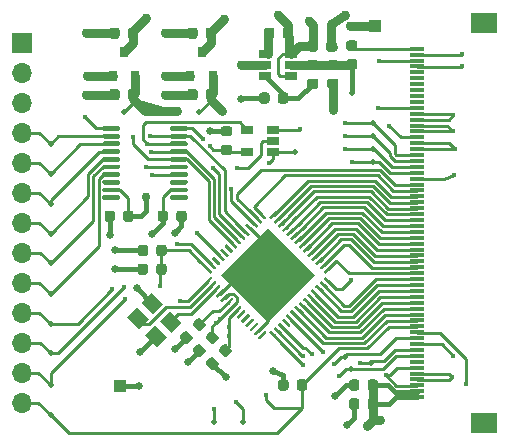
<source format=gbr>
%TF.GenerationSoftware,KiCad,Pcbnew,(5.1.6-0-10_14)*%
%TF.CreationDate,2020-07-19T12:27:42+02:00*%
%TF.ProjectId,driver-board,64726976-6572-42d6-926f-6172642e6b69,rev?*%
%TF.SameCoordinates,Original*%
%TF.FileFunction,Copper,L1,Top*%
%TF.FilePolarity,Positive*%
%FSLAX46Y46*%
G04 Gerber Fmt 4.6, Leading zero omitted, Abs format (unit mm)*
G04 Created by KiCad (PCBNEW (5.1.6-0-10_14)) date 2020-07-19 12:27:42*
%MOMM*%
%LPD*%
G01*
G04 APERTURE LIST*
%TA.AperFunction,SMDPad,CuDef*%
%ADD10R,0.800000X0.900000*%
%TD*%
%TA.AperFunction,SMDPad,CuDef*%
%ADD11R,1.060000X0.650000*%
%TD*%
%TA.AperFunction,SMDPad,CuDef*%
%ADD12C,0.100000*%
%TD*%
%TA.AperFunction,SMDPad,CuDef*%
%ADD13C,0.500000*%
%TD*%
%TA.AperFunction,SMDPad,CuDef*%
%ADD14R,1.000000X1.000000*%
%TD*%
%TA.AperFunction,ComponentPad*%
%ADD15R,1.700000X1.700000*%
%TD*%
%TA.AperFunction,ComponentPad*%
%ADD16O,1.700000X1.700000*%
%TD*%
%TA.AperFunction,SMDPad,CuDef*%
%ADD17R,1.300000X0.300000*%
%TD*%
%TA.AperFunction,SMDPad,CuDef*%
%ADD18R,2.200000X1.800000*%
%TD*%
%TA.AperFunction,ViaPad*%
%ADD19C,0.750000*%
%TD*%
%TA.AperFunction,ViaPad*%
%ADD20C,0.450000*%
%TD*%
%TA.AperFunction,ViaPad*%
%ADD21C,0.650000*%
%TD*%
%TA.AperFunction,Conductor*%
%ADD22C,0.250000*%
%TD*%
%TA.AperFunction,Conductor*%
%ADD23C,0.400000*%
%TD*%
%TA.AperFunction,Conductor*%
%ADD24C,0.750000*%
%TD*%
%TA.AperFunction,Conductor*%
%ADD25C,0.450000*%
%TD*%
%TA.AperFunction,Conductor*%
%ADD26C,0.254000*%
%TD*%
G04 APERTURE END LIST*
%TO.P,C1,1*%
%TO.N,+3V0*%
%TA.AperFunction,SMDPad,CuDef*%
G36*
G01*
X123675000Y-66056250D02*
X123675000Y-65543750D01*
G75*
G02*
X123893750Y-65325000I218750J0D01*
G01*
X124331250Y-65325000D01*
G75*
G02*
X124550000Y-65543750I0J-218750D01*
G01*
X124550000Y-66056250D01*
G75*
G02*
X124331250Y-66275000I-218750J0D01*
G01*
X123893750Y-66275000D01*
G75*
G02*
X123675000Y-66056250I0J218750D01*
G01*
G37*
%TD.AperFunction*%
%TO.P,C1,2*%
%TO.N,GND*%
%TA.AperFunction,SMDPad,CuDef*%
G36*
G01*
X125250000Y-66056250D02*
X125250000Y-65543750D01*
G75*
G02*
X125468750Y-65325000I218750J0D01*
G01*
X125906250Y-65325000D01*
G75*
G02*
X126125000Y-65543750I0J-218750D01*
G01*
X126125000Y-66056250D01*
G75*
G02*
X125906250Y-66275000I-218750J0D01*
G01*
X125468750Y-66275000D01*
G75*
G02*
X125250000Y-66056250I0J218750D01*
G01*
G37*
%TD.AperFunction*%
%TD*%
%TO.P,C2,1*%
%TO.N,VCC*%
%TA.AperFunction,SMDPad,CuDef*%
G36*
G01*
X121625000Y-65543750D02*
X121625000Y-66056250D01*
G75*
G02*
X121406250Y-66275000I-218750J0D01*
G01*
X120968750Y-66275000D01*
G75*
G02*
X120750000Y-66056250I0J218750D01*
G01*
X120750000Y-65543750D01*
G75*
G02*
X120968750Y-65325000I218750J0D01*
G01*
X121406250Y-65325000D01*
G75*
G02*
X121625000Y-65543750I0J-218750D01*
G01*
G37*
%TD.AperFunction*%
%TO.P,C2,2*%
%TO.N,GND*%
%TA.AperFunction,SMDPad,CuDef*%
G36*
G01*
X120050000Y-65543750D02*
X120050000Y-66056250D01*
G75*
G02*
X119831250Y-66275000I-218750J0D01*
G01*
X119393750Y-66275000D01*
G75*
G02*
X119175000Y-66056250I0J218750D01*
G01*
X119175000Y-65543750D01*
G75*
G02*
X119393750Y-65325000I218750J0D01*
G01*
X119831250Y-65325000D01*
G75*
G02*
X120050000Y-65543750I0J-218750D01*
G01*
G37*
%TD.AperFunction*%
%TD*%
%TO.P,C3,2*%
%TO.N,GND*%
%TA.AperFunction,SMDPad,CuDef*%
G36*
G01*
X120450000Y-50043750D02*
X120450000Y-50556250D01*
G75*
G02*
X120231250Y-50775000I-218750J0D01*
G01*
X119793750Y-50775000D01*
G75*
G02*
X119575000Y-50556250I0J218750D01*
G01*
X119575000Y-50043750D01*
G75*
G02*
X119793750Y-49825000I218750J0D01*
G01*
X120231250Y-49825000D01*
G75*
G02*
X120450000Y-50043750I0J-218750D01*
G01*
G37*
%TD.AperFunction*%
%TO.P,C3,1*%
%TO.N,+5V*%
%TA.AperFunction,SMDPad,CuDef*%
G36*
G01*
X122025000Y-50043750D02*
X122025000Y-50556250D01*
G75*
G02*
X121806250Y-50775000I-218750J0D01*
G01*
X121368750Y-50775000D01*
G75*
G02*
X121150000Y-50556250I0J218750D01*
G01*
X121150000Y-50043750D01*
G75*
G02*
X121368750Y-49825000I218750J0D01*
G01*
X121806250Y-49825000D01*
G75*
G02*
X122025000Y-50043750I0J-218750D01*
G01*
G37*
%TD.AperFunction*%
%TD*%
%TO.P,C4,1*%
%TO.N,+3V0*%
%TA.AperFunction,SMDPad,CuDef*%
G36*
G01*
X122025000Y-55243750D02*
X122025000Y-55756250D01*
G75*
G02*
X121806250Y-55975000I-218750J0D01*
G01*
X121368750Y-55975000D01*
G75*
G02*
X121150000Y-55756250I0J218750D01*
G01*
X121150000Y-55243750D01*
G75*
G02*
X121368750Y-55025000I218750J0D01*
G01*
X121806250Y-55025000D01*
G75*
G02*
X122025000Y-55243750I0J-218750D01*
G01*
G37*
%TD.AperFunction*%
%TO.P,C4,2*%
%TO.N,GND*%
%TA.AperFunction,SMDPad,CuDef*%
G36*
G01*
X120450000Y-55243750D02*
X120450000Y-55756250D01*
G75*
G02*
X120231250Y-55975000I-218750J0D01*
G01*
X119793750Y-55975000D01*
G75*
G02*
X119575000Y-55756250I0J218750D01*
G01*
X119575000Y-55243750D01*
G75*
G02*
X119793750Y-55025000I218750J0D01*
G01*
X120231250Y-55025000D01*
G75*
G02*
X120450000Y-55243750I0J-218750D01*
G01*
G37*
%TD.AperFunction*%
%TD*%
%TO.P,C5,2*%
%TO.N,GND*%
%TA.AperFunction,SMDPad,CuDef*%
G36*
G01*
X127050000Y-50043750D02*
X127050000Y-50556250D01*
G75*
G02*
X126831250Y-50775000I-218750J0D01*
G01*
X126393750Y-50775000D01*
G75*
G02*
X126175000Y-50556250I0J218750D01*
G01*
X126175000Y-50043750D01*
G75*
G02*
X126393750Y-49825000I218750J0D01*
G01*
X126831250Y-49825000D01*
G75*
G02*
X127050000Y-50043750I0J-218750D01*
G01*
G37*
%TD.AperFunction*%
%TO.P,C5,1*%
%TO.N,+5V*%
%TA.AperFunction,SMDPad,CuDef*%
G36*
G01*
X128625000Y-50043750D02*
X128625000Y-50556250D01*
G75*
G02*
X128406250Y-50775000I-218750J0D01*
G01*
X127968750Y-50775000D01*
G75*
G02*
X127750000Y-50556250I0J218750D01*
G01*
X127750000Y-50043750D01*
G75*
G02*
X127968750Y-49825000I218750J0D01*
G01*
X128406250Y-49825000D01*
G75*
G02*
X128625000Y-50043750I0J-218750D01*
G01*
G37*
%TD.AperFunction*%
%TD*%
%TO.P,C6,1*%
%TO.N,+3V3*%
%TA.AperFunction,SMDPad,CuDef*%
G36*
G01*
X128625000Y-55243750D02*
X128625000Y-55756250D01*
G75*
G02*
X128406250Y-55975000I-218750J0D01*
G01*
X127968750Y-55975000D01*
G75*
G02*
X127750000Y-55756250I0J218750D01*
G01*
X127750000Y-55243750D01*
G75*
G02*
X127968750Y-55025000I218750J0D01*
G01*
X128406250Y-55025000D01*
G75*
G02*
X128625000Y-55243750I0J-218750D01*
G01*
G37*
%TD.AperFunction*%
%TO.P,C6,2*%
%TO.N,GND*%
%TA.AperFunction,SMDPad,CuDef*%
G36*
G01*
X127050000Y-55243750D02*
X127050000Y-55756250D01*
G75*
G02*
X126831250Y-55975000I-218750J0D01*
G01*
X126393750Y-55975000D01*
G75*
G02*
X126175000Y-55756250I0J218750D01*
G01*
X126175000Y-55243750D01*
G75*
G02*
X126393750Y-55025000I218750J0D01*
G01*
X126831250Y-55025000D01*
G75*
G02*
X127050000Y-55243750I0J-218750D01*
G01*
G37*
%TD.AperFunction*%
%TD*%
%TO.P,C7,2*%
%TO.N,GND*%
%TA.AperFunction,SMDPad,CuDef*%
G36*
G01*
X137950000Y-51656250D02*
X137950000Y-51143750D01*
G75*
G02*
X138168750Y-50925000I218750J0D01*
G01*
X138606250Y-50925000D01*
G75*
G02*
X138825000Y-51143750I0J-218750D01*
G01*
X138825000Y-51656250D01*
G75*
G02*
X138606250Y-51875000I-218750J0D01*
G01*
X138168750Y-51875000D01*
G75*
G02*
X137950000Y-51656250I0J218750D01*
G01*
G37*
%TD.AperFunction*%
%TO.P,C7,1*%
%TO.N,+5V*%
%TA.AperFunction,SMDPad,CuDef*%
G36*
G01*
X136375000Y-51656250D02*
X136375000Y-51143750D01*
G75*
G02*
X136593750Y-50925000I218750J0D01*
G01*
X137031250Y-50925000D01*
G75*
G02*
X137250000Y-51143750I0J-218750D01*
G01*
X137250000Y-51656250D01*
G75*
G02*
X137031250Y-51875000I-218750J0D01*
G01*
X136593750Y-51875000D01*
G75*
G02*
X136375000Y-51656250I0J218750D01*
G01*
G37*
%TD.AperFunction*%
%TD*%
%TO.P,C8,2*%
%TO.N,GND*%
%TA.AperFunction,SMDPad,CuDef*%
G36*
G01*
X138243750Y-54150000D02*
X138756250Y-54150000D01*
G75*
G02*
X138975000Y-54368750I0J-218750D01*
G01*
X138975000Y-54806250D01*
G75*
G02*
X138756250Y-55025000I-218750J0D01*
G01*
X138243750Y-55025000D01*
G75*
G02*
X138025000Y-54806250I0J218750D01*
G01*
X138025000Y-54368750D01*
G75*
G02*
X138243750Y-54150000I218750J0D01*
G01*
G37*
%TD.AperFunction*%
%TO.P,C8,1*%
%TO.N,+12V*%
%TA.AperFunction,SMDPad,CuDef*%
G36*
G01*
X138243750Y-52575000D02*
X138756250Y-52575000D01*
G75*
G02*
X138975000Y-52793750I0J-218750D01*
G01*
X138975000Y-53231250D01*
G75*
G02*
X138756250Y-53450000I-218750J0D01*
G01*
X138243750Y-53450000D01*
G75*
G02*
X138025000Y-53231250I0J218750D01*
G01*
X138025000Y-52793750D01*
G75*
G02*
X138243750Y-52575000I218750J0D01*
G01*
G37*
%TD.AperFunction*%
%TD*%
%TO.P,C9,1*%
%TO.N,+3V0*%
%TA.AperFunction,SMDPad,CuDef*%
G36*
G01*
X129756250Y-60625000D02*
X129243750Y-60625000D01*
G75*
G02*
X129025000Y-60406250I0J218750D01*
G01*
X129025000Y-59968750D01*
G75*
G02*
X129243750Y-59750000I218750J0D01*
G01*
X129756250Y-59750000D01*
G75*
G02*
X129975000Y-59968750I0J-218750D01*
G01*
X129975000Y-60406250D01*
G75*
G02*
X129756250Y-60625000I-218750J0D01*
G01*
G37*
%TD.AperFunction*%
%TO.P,C9,2*%
%TO.N,GND*%
%TA.AperFunction,SMDPad,CuDef*%
G36*
G01*
X129756250Y-59050000D02*
X129243750Y-59050000D01*
G75*
G02*
X129025000Y-58831250I0J218750D01*
G01*
X129025000Y-58393750D01*
G75*
G02*
X129243750Y-58175000I218750J0D01*
G01*
X129756250Y-58175000D01*
G75*
G02*
X129975000Y-58393750I0J-218750D01*
G01*
X129975000Y-58831250D01*
G75*
G02*
X129756250Y-59050000I-218750J0D01*
G01*
G37*
%TD.AperFunction*%
%TD*%
%TO.P,C10,2*%
%TO.N,GND*%
%TA.AperFunction,SMDPad,CuDef*%
G36*
G01*
X122850000Y-70043750D02*
X122850000Y-70556250D01*
G75*
G02*
X122631250Y-70775000I-218750J0D01*
G01*
X122193750Y-70775000D01*
G75*
G02*
X121975000Y-70556250I0J218750D01*
G01*
X121975000Y-70043750D01*
G75*
G02*
X122193750Y-69825000I218750J0D01*
G01*
X122631250Y-69825000D01*
G75*
G02*
X122850000Y-70043750I0J-218750D01*
G01*
G37*
%TD.AperFunction*%
%TO.P,C10,1*%
%TO.N,FTRES*%
%TA.AperFunction,SMDPad,CuDef*%
G36*
G01*
X124425000Y-70043750D02*
X124425000Y-70556250D01*
G75*
G02*
X124206250Y-70775000I-218750J0D01*
G01*
X123768750Y-70775000D01*
G75*
G02*
X123550000Y-70556250I0J218750D01*
G01*
X123550000Y-70043750D01*
G75*
G02*
X123768750Y-69825000I218750J0D01*
G01*
X124206250Y-69825000D01*
G75*
G02*
X124425000Y-70043750I0J-218750D01*
G01*
G37*
%TD.AperFunction*%
%TD*%
%TO.P,C11,1*%
%TO.N,Net-(C11-Pad1)*%
%TA.AperFunction,SMDPad,CuDef*%
G36*
G01*
X127335010Y-74477598D02*
X127697403Y-74839990D01*
G75*
G02*
X127697403Y-75149350I-154680J-154680D01*
G01*
X127388044Y-75458709D01*
G75*
G02*
X127078684Y-75458709I-154680J154680D01*
G01*
X126716291Y-75096316D01*
G75*
G02*
X126716291Y-74786956I154680J154680D01*
G01*
X127025650Y-74477597D01*
G75*
G02*
X127335010Y-74477597I154680J-154680D01*
G01*
G37*
%TD.AperFunction*%
%TO.P,C11,2*%
%TO.N,GND*%
%TA.AperFunction,SMDPad,CuDef*%
G36*
G01*
X126221316Y-75591292D02*
X126583709Y-75953684D01*
G75*
G02*
X126583709Y-76263044I-154680J-154680D01*
G01*
X126274350Y-76572403D01*
G75*
G02*
X125964990Y-76572403I-154680J154680D01*
G01*
X125602597Y-76210010D01*
G75*
G02*
X125602597Y-75900650I154680J154680D01*
G01*
X125911956Y-75591291D01*
G75*
G02*
X126221316Y-75591291I154680J-154680D01*
G01*
G37*
%TD.AperFunction*%
%TD*%
%TO.P,C12,1*%
%TO.N,+3V3*%
%TA.AperFunction,SMDPad,CuDef*%
G36*
G01*
X128435010Y-75577598D02*
X128797403Y-75939990D01*
G75*
G02*
X128797403Y-76249350I-154680J-154680D01*
G01*
X128488044Y-76558709D01*
G75*
G02*
X128178684Y-76558709I-154680J154680D01*
G01*
X127816291Y-76196316D01*
G75*
G02*
X127816291Y-75886956I154680J154680D01*
G01*
X128125650Y-75577597D01*
G75*
G02*
X128435010Y-75577597I154680J-154680D01*
G01*
G37*
%TD.AperFunction*%
%TO.P,C12,2*%
%TO.N,GND*%
%TA.AperFunction,SMDPad,CuDef*%
G36*
G01*
X127321316Y-76691292D02*
X127683709Y-77053684D01*
G75*
G02*
X127683709Y-77363044I-154680J-154680D01*
G01*
X127374350Y-77672403D01*
G75*
G02*
X127064990Y-77672403I-154680J154680D01*
G01*
X126702597Y-77310010D01*
G75*
G02*
X126702597Y-77000650I154680J154680D01*
G01*
X127011956Y-76691291D01*
G75*
G02*
X127321316Y-76691291I154680J-154680D01*
G01*
G37*
%TD.AperFunction*%
%TD*%
%TO.P,C13,2*%
%TO.N,GND*%
%TA.AperFunction,SMDPad,CuDef*%
G36*
G01*
X128421316Y-77791292D02*
X128783709Y-78153684D01*
G75*
G02*
X128783709Y-78463044I-154680J-154680D01*
G01*
X128474350Y-78772403D01*
G75*
G02*
X128164990Y-78772403I-154680J154680D01*
G01*
X127802597Y-78410010D01*
G75*
G02*
X127802597Y-78100650I154680J154680D01*
G01*
X128111956Y-77791291D01*
G75*
G02*
X128421316Y-77791291I154680J-154680D01*
G01*
G37*
%TD.AperFunction*%
%TO.P,C13,1*%
%TO.N,+3V0*%
%TA.AperFunction,SMDPad,CuDef*%
G36*
G01*
X129535010Y-76677598D02*
X129897403Y-77039990D01*
G75*
G02*
X129897403Y-77349350I-154680J-154680D01*
G01*
X129588044Y-77658709D01*
G75*
G02*
X129278684Y-77658709I-154680J154680D01*
G01*
X128916291Y-77296316D01*
G75*
G02*
X128916291Y-76986956I154680J154680D01*
G01*
X129225650Y-76677597D01*
G75*
G02*
X129535010Y-76677597I154680J-154680D01*
G01*
G37*
%TD.AperFunction*%
%TD*%
%TO.P,C15,1*%
%TO.N,+3V0*%
%TA.AperFunction,SMDPad,CuDef*%
G36*
G01*
X142325000Y-79843750D02*
X142325000Y-80356250D01*
G75*
G02*
X142106250Y-80575000I-218750J0D01*
G01*
X141668750Y-80575000D01*
G75*
G02*
X141450000Y-80356250I0J218750D01*
G01*
X141450000Y-79843750D01*
G75*
G02*
X141668750Y-79625000I218750J0D01*
G01*
X142106250Y-79625000D01*
G75*
G02*
X142325000Y-79843750I0J-218750D01*
G01*
G37*
%TD.AperFunction*%
%TO.P,C15,2*%
%TO.N,GND*%
%TA.AperFunction,SMDPad,CuDef*%
G36*
G01*
X140750000Y-79843750D02*
X140750000Y-80356250D01*
G75*
G02*
X140531250Y-80575000I-218750J0D01*
G01*
X140093750Y-80575000D01*
G75*
G02*
X139875000Y-80356250I0J218750D01*
G01*
X139875000Y-79843750D01*
G75*
G02*
X140093750Y-79625000I218750J0D01*
G01*
X140531250Y-79625000D01*
G75*
G02*
X140750000Y-79843750I0J-218750D01*
G01*
G37*
%TD.AperFunction*%
%TD*%
%TO.P,C16,2*%
%TO.N,GND*%
%TA.AperFunction,SMDPad,CuDef*%
G36*
G01*
X140750000Y-81443750D02*
X140750000Y-81956250D01*
G75*
G02*
X140531250Y-82175000I-218750J0D01*
G01*
X140093750Y-82175000D01*
G75*
G02*
X139875000Y-81956250I0J218750D01*
G01*
X139875000Y-81443750D01*
G75*
G02*
X140093750Y-81225000I218750J0D01*
G01*
X140531250Y-81225000D01*
G75*
G02*
X140750000Y-81443750I0J-218750D01*
G01*
G37*
%TD.AperFunction*%
%TO.P,C16,1*%
%TO.N,+3V0*%
%TA.AperFunction,SMDPad,CuDef*%
G36*
G01*
X142325000Y-81443750D02*
X142325000Y-81956250D01*
G75*
G02*
X142106250Y-82175000I-218750J0D01*
G01*
X141668750Y-82175000D01*
G75*
G02*
X141450000Y-81956250I0J218750D01*
G01*
X141450000Y-81443750D01*
G75*
G02*
X141668750Y-81225000I218750J0D01*
G01*
X142106250Y-81225000D01*
G75*
G02*
X142325000Y-81443750I0J-218750D01*
G01*
G37*
%TD.AperFunction*%
%TD*%
%TO.P,L1,1*%
%TO.N,+5V*%
%TA.AperFunction,SMDPad,CuDef*%
G36*
G01*
X135125000Y-50043750D02*
X135125000Y-50556250D01*
G75*
G02*
X134906250Y-50775000I-218750J0D01*
G01*
X134468750Y-50775000D01*
G75*
G02*
X134250000Y-50556250I0J218750D01*
G01*
X134250000Y-50043750D01*
G75*
G02*
X134468750Y-49825000I218750J0D01*
G01*
X134906250Y-49825000D01*
G75*
G02*
X135125000Y-50043750I0J-218750D01*
G01*
G37*
%TD.AperFunction*%
%TO.P,L1,2*%
%TO.N,Net-(L1-Pad2)*%
%TA.AperFunction,SMDPad,CuDef*%
G36*
G01*
X133550000Y-50043750D02*
X133550000Y-50556250D01*
G75*
G02*
X133331250Y-50775000I-218750J0D01*
G01*
X132893750Y-50775000D01*
G75*
G02*
X132675000Y-50556250I0J218750D01*
G01*
X132675000Y-50043750D01*
G75*
G02*
X132893750Y-49825000I218750J0D01*
G01*
X133331250Y-49825000D01*
G75*
G02*
X133550000Y-50043750I0J-218750D01*
G01*
G37*
%TD.AperFunction*%
%TD*%
%TO.P,R1,2*%
%TO.N,Net-(R1-Pad2)*%
%TA.AperFunction,SMDPad,CuDef*%
G36*
G01*
X136543750Y-54150000D02*
X137056250Y-54150000D01*
G75*
G02*
X137275000Y-54368750I0J-218750D01*
G01*
X137275000Y-54806250D01*
G75*
G02*
X137056250Y-55025000I-218750J0D01*
G01*
X136543750Y-55025000D01*
G75*
G02*
X136325000Y-54806250I0J218750D01*
G01*
X136325000Y-54368750D01*
G75*
G02*
X136543750Y-54150000I218750J0D01*
G01*
G37*
%TD.AperFunction*%
%TO.P,R1,1*%
%TO.N,+12V*%
%TA.AperFunction,SMDPad,CuDef*%
G36*
G01*
X136543750Y-52575000D02*
X137056250Y-52575000D01*
G75*
G02*
X137275000Y-52793750I0J-218750D01*
G01*
X137275000Y-53231250D01*
G75*
G02*
X137056250Y-53450000I-218750J0D01*
G01*
X136543750Y-53450000D01*
G75*
G02*
X136325000Y-53231250I0J218750D01*
G01*
X136325000Y-52793750D01*
G75*
G02*
X136543750Y-52575000I218750J0D01*
G01*
G37*
%TD.AperFunction*%
%TD*%
%TO.P,R2,1*%
%TO.N,Net-(R1-Pad2)*%
%TA.AperFunction,SMDPad,CuDef*%
G36*
G01*
X134725000Y-55543750D02*
X134725000Y-56056250D01*
G75*
G02*
X134506250Y-56275000I-218750J0D01*
G01*
X134068750Y-56275000D01*
G75*
G02*
X133850000Y-56056250I0J218750D01*
G01*
X133850000Y-55543750D01*
G75*
G02*
X134068750Y-55325000I218750J0D01*
G01*
X134506250Y-55325000D01*
G75*
G02*
X134725000Y-55543750I0J-218750D01*
G01*
G37*
%TD.AperFunction*%
%TO.P,R2,2*%
%TO.N,GND*%
%TA.AperFunction,SMDPad,CuDef*%
G36*
G01*
X133150000Y-55543750D02*
X133150000Y-56056250D01*
G75*
G02*
X132931250Y-56275000I-218750J0D01*
G01*
X132493750Y-56275000D01*
G75*
G02*
X132275000Y-56056250I0J218750D01*
G01*
X132275000Y-55543750D01*
G75*
G02*
X132493750Y-55325000I218750J0D01*
G01*
X132931250Y-55325000D01*
G75*
G02*
X133150000Y-55543750I0J-218750D01*
G01*
G37*
%TD.AperFunction*%
%TD*%
%TO.P,R3,1*%
%TO.N,FTRES*%
%TA.AperFunction,SMDPad,CuDef*%
G36*
G01*
X124425000Y-68443750D02*
X124425000Y-68956250D01*
G75*
G02*
X124206250Y-69175000I-218750J0D01*
G01*
X123768750Y-69175000D01*
G75*
G02*
X123550000Y-68956250I0J218750D01*
G01*
X123550000Y-68443750D01*
G75*
G02*
X123768750Y-68225000I218750J0D01*
G01*
X124206250Y-68225000D01*
G75*
G02*
X124425000Y-68443750I0J-218750D01*
G01*
G37*
%TD.AperFunction*%
%TO.P,R3,2*%
%TO.N,+3V0*%
%TA.AperFunction,SMDPad,CuDef*%
G36*
G01*
X122850000Y-68443750D02*
X122850000Y-68956250D01*
G75*
G02*
X122631250Y-69175000I-218750J0D01*
G01*
X122193750Y-69175000D01*
G75*
G02*
X121975000Y-68956250I0J218750D01*
G01*
X121975000Y-68443750D01*
G75*
G02*
X122193750Y-68225000I218750J0D01*
G01*
X122631250Y-68225000D01*
G75*
G02*
X122850000Y-68443750I0J-218750D01*
G01*
G37*
%TD.AperFunction*%
%TD*%
%TO.P,R4,2*%
%TO.N,+12V*%
%TA.AperFunction,SMDPad,CuDef*%
G36*
G01*
X139843750Y-52500000D02*
X140356250Y-52500000D01*
G75*
G02*
X140575000Y-52718750I0J-218750D01*
G01*
X140575000Y-53156250D01*
G75*
G02*
X140356250Y-53375000I-218750J0D01*
G01*
X139843750Y-53375000D01*
G75*
G02*
X139625000Y-53156250I0J218750D01*
G01*
X139625000Y-52718750D01*
G75*
G02*
X139843750Y-52500000I218750J0D01*
G01*
G37*
%TD.AperFunction*%
%TO.P,R4,1*%
%TO.N,Net-(R4-Pad1)*%
%TA.AperFunction,SMDPad,CuDef*%
G36*
G01*
X139843750Y-50925000D02*
X140356250Y-50925000D01*
G75*
G02*
X140575000Y-51143750I0J-218750D01*
G01*
X140575000Y-51581250D01*
G75*
G02*
X140356250Y-51800000I-218750J0D01*
G01*
X139843750Y-51800000D01*
G75*
G02*
X139625000Y-51581250I0J218750D01*
G01*
X139625000Y-51143750D01*
G75*
G02*
X139843750Y-50925000I218750J0D01*
G01*
G37*
%TD.AperFunction*%
%TD*%
%TO.P,R5,1*%
%TO.N,DISPRES*%
%TA.AperFunction,SMDPad,CuDef*%
G36*
G01*
X136325000Y-79843750D02*
X136325000Y-80356250D01*
G75*
G02*
X136106250Y-80575000I-218750J0D01*
G01*
X135668750Y-80575000D01*
G75*
G02*
X135450000Y-80356250I0J218750D01*
G01*
X135450000Y-79843750D01*
G75*
G02*
X135668750Y-79625000I218750J0D01*
G01*
X136106250Y-79625000D01*
G75*
G02*
X136325000Y-79843750I0J-218750D01*
G01*
G37*
%TD.AperFunction*%
%TO.P,R5,2*%
%TO.N,+3V0*%
%TA.AperFunction,SMDPad,CuDef*%
G36*
G01*
X134750000Y-79843750D02*
X134750000Y-80356250D01*
G75*
G02*
X134531250Y-80575000I-218750J0D01*
G01*
X134093750Y-80575000D01*
G75*
G02*
X133875000Y-80356250I0J218750D01*
G01*
X133875000Y-79843750D01*
G75*
G02*
X134093750Y-79625000I218750J0D01*
G01*
X134531250Y-79625000D01*
G75*
G02*
X134750000Y-79843750I0J-218750D01*
G01*
G37*
%TD.AperFunction*%
%TD*%
%TO.P,U1,1*%
%TO.N,Net-(U1-Pad1)*%
%TA.AperFunction,SMDPad,CuDef*%
G36*
G01*
X126200000Y-64125000D02*
X126200000Y-64325000D01*
G75*
G02*
X126100000Y-64425000I-100000J0D01*
G01*
X124825000Y-64425000D01*
G75*
G02*
X124725000Y-64325000I0J100000D01*
G01*
X124725000Y-64125000D01*
G75*
G02*
X124825000Y-64025000I100000J0D01*
G01*
X126100000Y-64025000D01*
G75*
G02*
X126200000Y-64125000I0J-100000D01*
G01*
G37*
%TD.AperFunction*%
%TO.P,U1,2*%
%TO.N,+3V0*%
%TA.AperFunction,SMDPad,CuDef*%
G36*
G01*
X126200000Y-63475000D02*
X126200000Y-63675000D01*
G75*
G02*
X126100000Y-63775000I-100000J0D01*
G01*
X124825000Y-63775000D01*
G75*
G02*
X124725000Y-63675000I0J100000D01*
G01*
X124725000Y-63475000D01*
G75*
G02*
X124825000Y-63375000I100000J0D01*
G01*
X126100000Y-63375000D01*
G75*
G02*
X126200000Y-63475000I0J-100000D01*
G01*
G37*
%TD.AperFunction*%
%TO.P,U1,3*%
%TO.N,Net-(U1-Pad3)*%
%TA.AperFunction,SMDPad,CuDef*%
G36*
G01*
X126200000Y-62825000D02*
X126200000Y-63025000D01*
G75*
G02*
X126100000Y-63125000I-100000J0D01*
G01*
X124825000Y-63125000D01*
G75*
G02*
X124725000Y-63025000I0J100000D01*
G01*
X124725000Y-62825000D01*
G75*
G02*
X124825000Y-62725000I100000J0D01*
G01*
X126100000Y-62725000D01*
G75*
G02*
X126200000Y-62825000I0J-100000D01*
G01*
G37*
%TD.AperFunction*%
%TO.P,U1,4*%
%TO.N,DC_3V*%
%TA.AperFunction,SMDPad,CuDef*%
G36*
G01*
X126200000Y-62175000D02*
X126200000Y-62375000D01*
G75*
G02*
X126100000Y-62475000I-100000J0D01*
G01*
X124825000Y-62475000D01*
G75*
G02*
X124725000Y-62375000I0J100000D01*
G01*
X124725000Y-62175000D01*
G75*
G02*
X124825000Y-62075000I100000J0D01*
G01*
X126100000Y-62075000D01*
G75*
G02*
X126200000Y-62175000I0J-100000D01*
G01*
G37*
%TD.AperFunction*%
%TO.P,U1,5*%
%TO.N,CS2_3V*%
%TA.AperFunction,SMDPad,CuDef*%
G36*
G01*
X126200000Y-61525000D02*
X126200000Y-61725000D01*
G75*
G02*
X126100000Y-61825000I-100000J0D01*
G01*
X124825000Y-61825000D01*
G75*
G02*
X124725000Y-61725000I0J100000D01*
G01*
X124725000Y-61525000D01*
G75*
G02*
X124825000Y-61425000I100000J0D01*
G01*
X126100000Y-61425000D01*
G75*
G02*
X126200000Y-61525000I0J-100000D01*
G01*
G37*
%TD.AperFunction*%
%TO.P,U1,6*%
%TO.N,CS1_3V*%
%TA.AperFunction,SMDPad,CuDef*%
G36*
G01*
X126200000Y-60875000D02*
X126200000Y-61075000D01*
G75*
G02*
X126100000Y-61175000I-100000J0D01*
G01*
X124825000Y-61175000D01*
G75*
G02*
X124725000Y-61075000I0J100000D01*
G01*
X124725000Y-60875000D01*
G75*
G02*
X124825000Y-60775000I100000J0D01*
G01*
X126100000Y-60775000D01*
G75*
G02*
X126200000Y-60875000I0J-100000D01*
G01*
G37*
%TD.AperFunction*%
%TO.P,U1,7*%
%TO.N,SDO_3V*%
%TA.AperFunction,SMDPad,CuDef*%
G36*
G01*
X126200000Y-60225000D02*
X126200000Y-60425000D01*
G75*
G02*
X126100000Y-60525000I-100000J0D01*
G01*
X124825000Y-60525000D01*
G75*
G02*
X124725000Y-60425000I0J100000D01*
G01*
X124725000Y-60225000D01*
G75*
G02*
X124825000Y-60125000I100000J0D01*
G01*
X126100000Y-60125000D01*
G75*
G02*
X126200000Y-60225000I0J-100000D01*
G01*
G37*
%TD.AperFunction*%
%TO.P,U1,8*%
%TO.N,SDI_3V*%
%TA.AperFunction,SMDPad,CuDef*%
G36*
G01*
X126200000Y-59575000D02*
X126200000Y-59775000D01*
G75*
G02*
X126100000Y-59875000I-100000J0D01*
G01*
X124825000Y-59875000D01*
G75*
G02*
X124725000Y-59775000I0J100000D01*
G01*
X124725000Y-59575000D01*
G75*
G02*
X124825000Y-59475000I100000J0D01*
G01*
X126100000Y-59475000D01*
G75*
G02*
X126200000Y-59575000I0J-100000D01*
G01*
G37*
%TD.AperFunction*%
%TO.P,U1,9*%
%TO.N,SCK_3V*%
%TA.AperFunction,SMDPad,CuDef*%
G36*
G01*
X126200000Y-58925000D02*
X126200000Y-59125000D01*
G75*
G02*
X126100000Y-59225000I-100000J0D01*
G01*
X124825000Y-59225000D01*
G75*
G02*
X124725000Y-59125000I0J100000D01*
G01*
X124725000Y-58925000D01*
G75*
G02*
X124825000Y-58825000I100000J0D01*
G01*
X126100000Y-58825000D01*
G75*
G02*
X126200000Y-58925000I0J-100000D01*
G01*
G37*
%TD.AperFunction*%
%TO.P,U1,10*%
%TO.N,+3V0*%
%TA.AperFunction,SMDPad,CuDef*%
G36*
G01*
X126200000Y-58275000D02*
X126200000Y-58475000D01*
G75*
G02*
X126100000Y-58575000I-100000J0D01*
G01*
X124825000Y-58575000D01*
G75*
G02*
X124725000Y-58475000I0J100000D01*
G01*
X124725000Y-58275000D01*
G75*
G02*
X124825000Y-58175000I100000J0D01*
G01*
X126100000Y-58175000D01*
G75*
G02*
X126200000Y-58275000I0J-100000D01*
G01*
G37*
%TD.AperFunction*%
%TO.P,U1,11*%
%TO.N,GND*%
%TA.AperFunction,SMDPad,CuDef*%
G36*
G01*
X120475000Y-58275000D02*
X120475000Y-58475000D01*
G75*
G02*
X120375000Y-58575000I-100000J0D01*
G01*
X119100000Y-58575000D01*
G75*
G02*
X119000000Y-58475000I0J100000D01*
G01*
X119000000Y-58275000D01*
G75*
G02*
X119100000Y-58175000I100000J0D01*
G01*
X120375000Y-58175000D01*
G75*
G02*
X120475000Y-58275000I0J-100000D01*
G01*
G37*
%TD.AperFunction*%
%TO.P,U1,12*%
%TO.N,SCK*%
%TA.AperFunction,SMDPad,CuDef*%
G36*
G01*
X120475000Y-58925000D02*
X120475000Y-59125000D01*
G75*
G02*
X120375000Y-59225000I-100000J0D01*
G01*
X119100000Y-59225000D01*
G75*
G02*
X119000000Y-59125000I0J100000D01*
G01*
X119000000Y-58925000D01*
G75*
G02*
X119100000Y-58825000I100000J0D01*
G01*
X120375000Y-58825000D01*
G75*
G02*
X120475000Y-58925000I0J-100000D01*
G01*
G37*
%TD.AperFunction*%
%TO.P,U1,13*%
%TO.N,SDI*%
%TA.AperFunction,SMDPad,CuDef*%
G36*
G01*
X120475000Y-59575000D02*
X120475000Y-59775000D01*
G75*
G02*
X120375000Y-59875000I-100000J0D01*
G01*
X119100000Y-59875000D01*
G75*
G02*
X119000000Y-59775000I0J100000D01*
G01*
X119000000Y-59575000D01*
G75*
G02*
X119100000Y-59475000I100000J0D01*
G01*
X120375000Y-59475000D01*
G75*
G02*
X120475000Y-59575000I0J-100000D01*
G01*
G37*
%TD.AperFunction*%
%TO.P,U1,14*%
%TO.N,SDO*%
%TA.AperFunction,SMDPad,CuDef*%
G36*
G01*
X120475000Y-60225000D02*
X120475000Y-60425000D01*
G75*
G02*
X120375000Y-60525000I-100000J0D01*
G01*
X119100000Y-60525000D01*
G75*
G02*
X119000000Y-60425000I0J100000D01*
G01*
X119000000Y-60225000D01*
G75*
G02*
X119100000Y-60125000I100000J0D01*
G01*
X120375000Y-60125000D01*
G75*
G02*
X120475000Y-60225000I0J-100000D01*
G01*
G37*
%TD.AperFunction*%
%TO.P,U1,15*%
%TO.N,CS1*%
%TA.AperFunction,SMDPad,CuDef*%
G36*
G01*
X120475000Y-60875000D02*
X120475000Y-61075000D01*
G75*
G02*
X120375000Y-61175000I-100000J0D01*
G01*
X119100000Y-61175000D01*
G75*
G02*
X119000000Y-61075000I0J100000D01*
G01*
X119000000Y-60875000D01*
G75*
G02*
X119100000Y-60775000I100000J0D01*
G01*
X120375000Y-60775000D01*
G75*
G02*
X120475000Y-60875000I0J-100000D01*
G01*
G37*
%TD.AperFunction*%
%TO.P,U1,16*%
%TO.N,CS2*%
%TA.AperFunction,SMDPad,CuDef*%
G36*
G01*
X120475000Y-61525000D02*
X120475000Y-61725000D01*
G75*
G02*
X120375000Y-61825000I-100000J0D01*
G01*
X119100000Y-61825000D01*
G75*
G02*
X119000000Y-61725000I0J100000D01*
G01*
X119000000Y-61525000D01*
G75*
G02*
X119100000Y-61425000I100000J0D01*
G01*
X120375000Y-61425000D01*
G75*
G02*
X120475000Y-61525000I0J-100000D01*
G01*
G37*
%TD.AperFunction*%
%TO.P,U1,17*%
%TO.N,DC*%
%TA.AperFunction,SMDPad,CuDef*%
G36*
G01*
X120475000Y-62175000D02*
X120475000Y-62375000D01*
G75*
G02*
X120375000Y-62475000I-100000J0D01*
G01*
X119100000Y-62475000D01*
G75*
G02*
X119000000Y-62375000I0J100000D01*
G01*
X119000000Y-62175000D01*
G75*
G02*
X119100000Y-62075000I100000J0D01*
G01*
X120375000Y-62075000D01*
G75*
G02*
X120475000Y-62175000I0J-100000D01*
G01*
G37*
%TD.AperFunction*%
%TO.P,U1,18*%
%TO.N,Net-(U1-Pad18)*%
%TA.AperFunction,SMDPad,CuDef*%
G36*
G01*
X120475000Y-62825000D02*
X120475000Y-63025000D01*
G75*
G02*
X120375000Y-63125000I-100000J0D01*
G01*
X119100000Y-63125000D01*
G75*
G02*
X119000000Y-63025000I0J100000D01*
G01*
X119000000Y-62825000D01*
G75*
G02*
X119100000Y-62725000I100000J0D01*
G01*
X120375000Y-62725000D01*
G75*
G02*
X120475000Y-62825000I0J-100000D01*
G01*
G37*
%TD.AperFunction*%
%TO.P,U1,19*%
%TO.N,VCC*%
%TA.AperFunction,SMDPad,CuDef*%
G36*
G01*
X120475000Y-63475000D02*
X120475000Y-63675000D01*
G75*
G02*
X120375000Y-63775000I-100000J0D01*
G01*
X119100000Y-63775000D01*
G75*
G02*
X119000000Y-63675000I0J100000D01*
G01*
X119000000Y-63475000D01*
G75*
G02*
X119100000Y-63375000I100000J0D01*
G01*
X120375000Y-63375000D01*
G75*
G02*
X120475000Y-63475000I0J-100000D01*
G01*
G37*
%TD.AperFunction*%
%TO.P,U1,20*%
%TO.N,Net-(U1-Pad20)*%
%TA.AperFunction,SMDPad,CuDef*%
G36*
G01*
X120475000Y-64125000D02*
X120475000Y-64325000D01*
G75*
G02*
X120375000Y-64425000I-100000J0D01*
G01*
X119100000Y-64425000D01*
G75*
G02*
X119000000Y-64325000I0J100000D01*
G01*
X119000000Y-64125000D01*
G75*
G02*
X119100000Y-64025000I100000J0D01*
G01*
X120375000Y-64025000D01*
G75*
G02*
X120475000Y-64125000I0J-100000D01*
G01*
G37*
%TD.AperFunction*%
%TD*%
D10*
%TO.P,U2,3*%
%TO.N,+5V*%
X120800000Y-51900000D03*
%TO.P,U2,2*%
%TO.N,+3V0*%
X121750000Y-53900000D03*
%TO.P,U2,1*%
%TO.N,GND*%
X119850000Y-53900000D03*
%TD*%
%TO.P,U3,1*%
%TO.N,GND*%
X126450000Y-53900000D03*
%TO.P,U3,2*%
%TO.N,+3V3*%
X128350000Y-53900000D03*
%TO.P,U3,3*%
%TO.N,+5V*%
X127400000Y-51900000D03*
%TD*%
D11*
%TO.P,U4,1*%
%TO.N,Net-(L1-Pad2)*%
X132800000Y-52050000D03*
%TO.P,U4,2*%
%TO.N,GND*%
X132800000Y-53000000D03*
%TO.P,U4,3*%
%TO.N,Net-(R1-Pad2)*%
X132800000Y-53950000D03*
%TO.P,U4,4*%
%TO.N,+5V*%
X135000000Y-53950000D03*
%TO.P,U4,6*%
X135000000Y-52050000D03*
%TO.P,U4,5*%
%TO.N,+12V*%
X135000000Y-53000000D03*
%TD*%
%TA.AperFunction,SMDPad,CuDef*%
D12*
%TO.P,X1,1*%
%TO.N,Net-(U6-Pad16)*%
G36*
X121080761Y-74329289D02*
G01*
X121929289Y-73480761D01*
X122919239Y-74470711D01*
X122070711Y-75319239D01*
X121080761Y-74329289D01*
G37*
%TD.AperFunction*%
%TA.AperFunction,SMDPad,CuDef*%
%TO.P,X1,2*%
%TO.N,GND*%
G36*
X122636396Y-75884924D02*
G01*
X123484924Y-75036396D01*
X124474874Y-76026346D01*
X123626346Y-76874874D01*
X122636396Y-75884924D01*
G37*
%TD.AperFunction*%
%TA.AperFunction,SMDPad,CuDef*%
%TO.P,X1,3*%
%TO.N,Net-(U6-Pad17)*%
G36*
X123838477Y-74682843D02*
G01*
X124687005Y-73834315D01*
X125676955Y-74824265D01*
X124828427Y-75672793D01*
X123838477Y-74682843D01*
G37*
%TD.AperFunction*%
%TA.AperFunction,SMDPad,CuDef*%
%TO.P,X1,4*%
%TO.N,GND*%
G36*
X122282842Y-73127208D02*
G01*
X123131370Y-72278680D01*
X124121320Y-73268630D01*
X123272792Y-74117158D01*
X122282842Y-73127208D01*
G37*
%TD.AperFunction*%
%TD*%
D13*
%TO.P,TP1,1*%
%TO.N,+12V*%
X140150000Y-55350000D03*
%TD*%
%TO.P,TP2,1*%
%TO.N,+3V3*%
X127200000Y-57000000D03*
%TD*%
%TO.P,TP3,1*%
%TO.N,+3V0*%
X120800000Y-57000000D03*
%TD*%
D14*
%TO.P,TP4,1*%
%TO.N,GND*%
X120500000Y-80200000D03*
%TD*%
%TO.P,TP5,1*%
%TO.N,GND*%
X142100000Y-49700000D03*
%TD*%
D13*
%TO.P,TP6,1*%
%TO.N,SCK*%
X114600000Y-59700000D03*
%TD*%
%TO.P,TP7,1*%
%TO.N,SCK_3V*%
X139500000Y-77700000D03*
%TD*%
%TO.P,TP8,1*%
%TO.N,CS1*%
X114600000Y-67300000D03*
%TD*%
%TO.P,TP9,1*%
%TO.N,CS1_3V*%
X135325000Y-60375000D03*
%TD*%
%TO.P,TP10,1*%
%TO.N,CS2*%
X114600000Y-69800000D03*
%TD*%
%TO.P,TP11,1*%
%TO.N,CS2_3V*%
X128450000Y-83225000D03*
%TD*%
%TO.P,TP12,1*%
%TO.N,DC*%
X114600000Y-72400000D03*
%TD*%
%TO.P,TP13,1*%
%TO.N,DC_3V*%
X130900000Y-83200000D03*
%TD*%
%TO.P,TP14,1*%
%TO.N,SDI*%
X114600000Y-62200000D03*
%TD*%
%TO.P,TP15,1*%
%TO.N,SDI_3V*%
X140000000Y-78700000D03*
%TD*%
%TO.P,TP16,1*%
%TO.N,SDO*%
X114600000Y-64800000D03*
%TD*%
%TO.P,TP17,1*%
%TO.N,SDO_3V*%
X141700000Y-78200000D03*
%TD*%
%TO.P,TP18,1*%
%TO.N,DE*%
X141900000Y-61200000D03*
%TD*%
%TO.P,TP19,1*%
%TO.N,DISPRES*%
X114600000Y-82600000D03*
%TD*%
%TO.P,TP20,1*%
%TO.N,HSYNC*%
X141900000Y-59000000D03*
%TD*%
%TO.P,TP21,1*%
%TO.N,AUDIO*%
X114600000Y-74900000D03*
%TD*%
%TO.P,TP22,1*%
%TO.N,VSYNC*%
X141900000Y-57900000D03*
%TD*%
%TO.P,TP23,1*%
%TO.N,PCLK*%
X141900000Y-60100000D03*
%TD*%
D15*
%TO.P,J1,1*%
%TO.N,+5V*%
X112200000Y-51100000D03*
D16*
%TO.P,J1,2*%
%TO.N,VCC*%
X112200000Y-53640000D03*
%TO.P,J1,3*%
%TO.N,GND*%
X112200000Y-56180000D03*
%TO.P,J1,4*%
%TO.N,SCK*%
X112200000Y-58720000D03*
%TO.P,J1,5*%
%TO.N,SDI*%
X112200000Y-61260000D03*
%TO.P,J1,6*%
%TO.N,SDO*%
X112200000Y-63800000D03*
%TO.P,J1,7*%
%TO.N,CS1*%
X112200000Y-66340000D03*
%TO.P,J1,8*%
%TO.N,CS2*%
X112200000Y-68880000D03*
%TO.P,J1,9*%
%TO.N,DC*%
X112200000Y-71420000D03*
%TO.P,J1,10*%
%TO.N,AUDIO*%
X112200000Y-73960000D03*
%TO.P,J1,11*%
%TO.N,IRQ*%
X112200000Y-76500000D03*
%TO.P,J1,12*%
%TO.N,FTRES*%
X112200000Y-79040000D03*
%TO.P,J1,13*%
%TO.N,DISPRES*%
X112200000Y-81580000D03*
%TD*%
D13*
%TO.P,TP24,1*%
%TO.N,FTRES*%
X114600000Y-80100000D03*
%TD*%
%TO.P,TP25,1*%
%TO.N,IRQ*%
X114600000Y-77400000D03*
%TD*%
D11*
%TO.P,U5,1*%
%TO.N,CS1_3V*%
X133450000Y-60375000D03*
%TO.P,U5,2*%
%TO.N,SDI_BUFFER*%
X133450000Y-59425000D03*
%TO.P,U5,3*%
%TO.N,GND*%
X133450000Y-58475000D03*
%TO.P,U5,4*%
%TO.N,SDI_3V*%
X131250000Y-58475000D03*
%TO.P,U5,5*%
%TO.N,+3V0*%
X131250000Y-60375000D03*
%TD*%
%TO.P,U6,1*%
%TO.N,B1*%
%TA.AperFunction,SMDPad,CuDef*%
G36*
G01*
X132160311Y-65452505D02*
X132248699Y-65364117D01*
G75*
G02*
X132337087Y-65364117I44194J-44194D01*
G01*
X132867417Y-65894447D01*
G75*
G02*
X132867417Y-65982835I-44194J-44194D01*
G01*
X132779029Y-66071223D01*
G75*
G02*
X132690641Y-66071223I-44194J44194D01*
G01*
X132160311Y-65540893D01*
G75*
G02*
X132160311Y-65452505I44194J44194D01*
G01*
G37*
%TD.AperFunction*%
%TO.P,U6,2*%
%TO.N,B0*%
%TA.AperFunction,SMDPad,CuDef*%
G36*
G01*
X131806758Y-65806058D02*
X131895146Y-65717670D01*
G75*
G02*
X131983534Y-65717670I44194J-44194D01*
G01*
X132513864Y-66248000D01*
G75*
G02*
X132513864Y-66336388I-44194J-44194D01*
G01*
X132425476Y-66424776D01*
G75*
G02*
X132337088Y-66424776I-44194J44194D01*
G01*
X131806758Y-65894446D01*
G75*
G02*
X131806758Y-65806058I44194J44194D01*
G01*
G37*
%TD.AperFunction*%
%TO.P,U6,3*%
%TO.N,AUDIO*%
%TA.AperFunction,SMDPad,CuDef*%
G36*
G01*
X131453204Y-66159612D02*
X131541592Y-66071224D01*
G75*
G02*
X131629980Y-66071224I44194J-44194D01*
G01*
X132160310Y-66601554D01*
G75*
G02*
X132160310Y-66689942I-44194J-44194D01*
G01*
X132071922Y-66778330D01*
G75*
G02*
X131983534Y-66778330I-44194J44194D01*
G01*
X131453204Y-66248000D01*
G75*
G02*
X131453204Y-66159612I44194J44194D01*
G01*
G37*
%TD.AperFunction*%
%TO.P,U6,4*%
%TO.N,GND*%
%TA.AperFunction,SMDPad,CuDef*%
G36*
G01*
X131099651Y-66513165D02*
X131188039Y-66424777D01*
G75*
G02*
X131276427Y-66424777I44194J-44194D01*
G01*
X131806757Y-66955107D01*
G75*
G02*
X131806757Y-67043495I-44194J-44194D01*
G01*
X131718369Y-67131883D01*
G75*
G02*
X131629981Y-67131883I-44194J44194D01*
G01*
X131099651Y-66601553D01*
G75*
G02*
X131099651Y-66513165I44194J44194D01*
G01*
G37*
%TD.AperFunction*%
%TO.P,U6,5*%
%TO.N,SCK_3V*%
%TA.AperFunction,SMDPad,CuDef*%
G36*
G01*
X130746098Y-66866719D02*
X130834486Y-66778331D01*
G75*
G02*
X130922874Y-66778331I44194J-44194D01*
G01*
X131453204Y-67308661D01*
G75*
G02*
X131453204Y-67397049I-44194J-44194D01*
G01*
X131364816Y-67485437D01*
G75*
G02*
X131276428Y-67485437I-44194J44194D01*
G01*
X130746098Y-66955107D01*
G75*
G02*
X130746098Y-66866719I44194J44194D01*
G01*
G37*
%TD.AperFunction*%
%TO.P,U6,6*%
%TO.N,SDI_BUFFER*%
%TA.AperFunction,SMDPad,CuDef*%
G36*
G01*
X130392544Y-67220272D02*
X130480932Y-67131884D01*
G75*
G02*
X130569320Y-67131884I44194J-44194D01*
G01*
X131099650Y-67662214D01*
G75*
G02*
X131099650Y-67750602I-44194J-44194D01*
G01*
X131011262Y-67838990D01*
G75*
G02*
X130922874Y-67838990I-44194J44194D01*
G01*
X130392544Y-67308660D01*
G75*
G02*
X130392544Y-67220272I44194J44194D01*
G01*
G37*
%TD.AperFunction*%
%TO.P,U6,7*%
%TO.N,SDO_3V*%
%TA.AperFunction,SMDPad,CuDef*%
G36*
G01*
X130038991Y-67573825D02*
X130127379Y-67485437D01*
G75*
G02*
X130215767Y-67485437I44194J-44194D01*
G01*
X130746097Y-68015767D01*
G75*
G02*
X130746097Y-68104155I-44194J-44194D01*
G01*
X130657709Y-68192543D01*
G75*
G02*
X130569321Y-68192543I-44194J44194D01*
G01*
X130038991Y-67662213D01*
G75*
G02*
X130038991Y-67573825I44194J44194D01*
G01*
G37*
%TD.AperFunction*%
%TO.P,U6,8*%
%TO.N,CS1_3V*%
%TA.AperFunction,SMDPad,CuDef*%
G36*
G01*
X129685437Y-67927379D02*
X129773825Y-67838991D01*
G75*
G02*
X129862213Y-67838991I44194J-44194D01*
G01*
X130392543Y-68369321D01*
G75*
G02*
X130392543Y-68457709I-44194J-44194D01*
G01*
X130304155Y-68546097D01*
G75*
G02*
X130215767Y-68546097I-44194J44194D01*
G01*
X129685437Y-68015767D01*
G75*
G02*
X129685437Y-67927379I44194J44194D01*
G01*
G37*
%TD.AperFunction*%
%TO.P,U6,9*%
%TO.N,Net-(U6-Pad9)*%
%TA.AperFunction,SMDPad,CuDef*%
G36*
G01*
X129331884Y-68280932D02*
X129420272Y-68192544D01*
G75*
G02*
X129508660Y-68192544I44194J-44194D01*
G01*
X130038990Y-68722874D01*
G75*
G02*
X130038990Y-68811262I-44194J-44194D01*
G01*
X129950602Y-68899650D01*
G75*
G02*
X129862214Y-68899650I-44194J44194D01*
G01*
X129331884Y-68369320D01*
G75*
G02*
X129331884Y-68280932I44194J44194D01*
G01*
G37*
%TD.AperFunction*%
%TO.P,U6,10*%
%TO.N,Net-(U6-Pad10)*%
%TA.AperFunction,SMDPad,CuDef*%
G36*
G01*
X128978331Y-68634486D02*
X129066719Y-68546098D01*
G75*
G02*
X129155107Y-68546098I44194J-44194D01*
G01*
X129685437Y-69076428D01*
G75*
G02*
X129685437Y-69164816I-44194J-44194D01*
G01*
X129597049Y-69253204D01*
G75*
G02*
X129508661Y-69253204I-44194J44194D01*
G01*
X128978331Y-68722874D01*
G75*
G02*
X128978331Y-68634486I44194J44194D01*
G01*
G37*
%TD.AperFunction*%
%TO.P,U6,11*%
%TO.N,+3V0*%
%TA.AperFunction,SMDPad,CuDef*%
G36*
G01*
X128624777Y-68988039D02*
X128713165Y-68899651D01*
G75*
G02*
X128801553Y-68899651I44194J-44194D01*
G01*
X129331883Y-69429981D01*
G75*
G02*
X129331883Y-69518369I-44194J-44194D01*
G01*
X129243495Y-69606757D01*
G75*
G02*
X129155107Y-69606757I-44194J44194D01*
G01*
X128624777Y-69076427D01*
G75*
G02*
X128624777Y-68988039I44194J44194D01*
G01*
G37*
%TD.AperFunction*%
%TO.P,U6,12*%
%TO.N,Net-(U6-Pad12)*%
%TA.AperFunction,SMDPad,CuDef*%
G36*
G01*
X128271224Y-69341592D02*
X128359612Y-69253204D01*
G75*
G02*
X128448000Y-69253204I44194J-44194D01*
G01*
X128978330Y-69783534D01*
G75*
G02*
X128978330Y-69871922I-44194J-44194D01*
G01*
X128889942Y-69960310D01*
G75*
G02*
X128801554Y-69960310I-44194J44194D01*
G01*
X128271224Y-69429980D01*
G75*
G02*
X128271224Y-69341592I44194J44194D01*
G01*
G37*
%TD.AperFunction*%
%TO.P,U6,13*%
%TO.N,IRQ*%
%TA.AperFunction,SMDPad,CuDef*%
G36*
G01*
X127917670Y-69695146D02*
X128006058Y-69606758D01*
G75*
G02*
X128094446Y-69606758I44194J-44194D01*
G01*
X128624776Y-70137088D01*
G75*
G02*
X128624776Y-70225476I-44194J-44194D01*
G01*
X128536388Y-70313864D01*
G75*
G02*
X128448000Y-70313864I-44194J44194D01*
G01*
X127917670Y-69783534D01*
G75*
G02*
X127917670Y-69695146I44194J44194D01*
G01*
G37*
%TD.AperFunction*%
%TO.P,U6,14*%
%TO.N,FTRES*%
%TA.AperFunction,SMDPad,CuDef*%
G36*
G01*
X127564117Y-70048699D02*
X127652505Y-69960311D01*
G75*
G02*
X127740893Y-69960311I44194J-44194D01*
G01*
X128271223Y-70490641D01*
G75*
G02*
X128271223Y-70579029I-44194J-44194D01*
G01*
X128182835Y-70667417D01*
G75*
G02*
X128094447Y-70667417I-44194J44194D01*
G01*
X127564117Y-70137087D01*
G75*
G02*
X127564117Y-70048699I44194J44194D01*
G01*
G37*
%TD.AperFunction*%
%TO.P,U6,15*%
%TO.N,DISPRES*%
%TA.AperFunction,SMDPad,CuDef*%
G36*
G01*
X127564117Y-71462913D02*
X128094447Y-70932583D01*
G75*
G02*
X128182835Y-70932583I44194J-44194D01*
G01*
X128271223Y-71020971D01*
G75*
G02*
X128271223Y-71109359I-44194J-44194D01*
G01*
X127740893Y-71639689D01*
G75*
G02*
X127652505Y-71639689I-44194J44194D01*
G01*
X127564117Y-71551301D01*
G75*
G02*
X127564117Y-71462913I44194J44194D01*
G01*
G37*
%TD.AperFunction*%
%TO.P,U6,16*%
%TO.N,Net-(U6-Pad16)*%
%TA.AperFunction,SMDPad,CuDef*%
G36*
G01*
X127917670Y-71816466D02*
X128448000Y-71286136D01*
G75*
G02*
X128536388Y-71286136I44194J-44194D01*
G01*
X128624776Y-71374524D01*
G75*
G02*
X128624776Y-71462912I-44194J-44194D01*
G01*
X128094446Y-71993242D01*
G75*
G02*
X128006058Y-71993242I-44194J44194D01*
G01*
X127917670Y-71904854D01*
G75*
G02*
X127917670Y-71816466I44194J44194D01*
G01*
G37*
%TD.AperFunction*%
%TO.P,U6,17*%
%TO.N,Net-(U6-Pad17)*%
%TA.AperFunction,SMDPad,CuDef*%
G36*
G01*
X128271224Y-72170020D02*
X128801554Y-71639690D01*
G75*
G02*
X128889942Y-71639690I44194J-44194D01*
G01*
X128978330Y-71728078D01*
G75*
G02*
X128978330Y-71816466I-44194J-44194D01*
G01*
X128448000Y-72346796D01*
G75*
G02*
X128359612Y-72346796I-44194J44194D01*
G01*
X128271224Y-72258408D01*
G75*
G02*
X128271224Y-72170020I44194J44194D01*
G01*
G37*
%TD.AperFunction*%
%TO.P,U6,18*%
%TO.N,GND*%
%TA.AperFunction,SMDPad,CuDef*%
G36*
G01*
X128624777Y-72523573D02*
X129155107Y-71993243D01*
G75*
G02*
X129243495Y-71993243I44194J-44194D01*
G01*
X129331883Y-72081631D01*
G75*
G02*
X129331883Y-72170019I-44194J-44194D01*
G01*
X128801553Y-72700349D01*
G75*
G02*
X128713165Y-72700349I-44194J44194D01*
G01*
X128624777Y-72611961D01*
G75*
G02*
X128624777Y-72523573I44194J44194D01*
G01*
G37*
%TD.AperFunction*%
%TO.P,U6,19*%
%TO.N,+3V3*%
%TA.AperFunction,SMDPad,CuDef*%
G36*
G01*
X128978331Y-72877126D02*
X129508661Y-72346796D01*
G75*
G02*
X129597049Y-72346796I44194J-44194D01*
G01*
X129685437Y-72435184D01*
G75*
G02*
X129685437Y-72523572I-44194J-44194D01*
G01*
X129155107Y-73053902D01*
G75*
G02*
X129066719Y-73053902I-44194J44194D01*
G01*
X128978331Y-72965514D01*
G75*
G02*
X128978331Y-72877126I44194J44194D01*
G01*
G37*
%TD.AperFunction*%
%TO.P,U6,20*%
%TO.N,Net-(C11-Pad1)*%
%TA.AperFunction,SMDPad,CuDef*%
G36*
G01*
X129331884Y-73230680D02*
X129862214Y-72700350D01*
G75*
G02*
X129950602Y-72700350I44194J-44194D01*
G01*
X130038990Y-72788738D01*
G75*
G02*
X130038990Y-72877126I-44194J-44194D01*
G01*
X129508660Y-73407456D01*
G75*
G02*
X129420272Y-73407456I-44194J44194D01*
G01*
X129331884Y-73319068D01*
G75*
G02*
X129331884Y-73230680I44194J44194D01*
G01*
G37*
%TD.AperFunction*%
%TO.P,U6,21*%
%TO.N,+3V3*%
%TA.AperFunction,SMDPad,CuDef*%
G36*
G01*
X129685437Y-73584233D02*
X130215767Y-73053903D01*
G75*
G02*
X130304155Y-73053903I44194J-44194D01*
G01*
X130392543Y-73142291D01*
G75*
G02*
X130392543Y-73230679I-44194J-44194D01*
G01*
X129862213Y-73761009D01*
G75*
G02*
X129773825Y-73761009I-44194J44194D01*
G01*
X129685437Y-73672621D01*
G75*
G02*
X129685437Y-73584233I44194J44194D01*
G01*
G37*
%TD.AperFunction*%
%TO.P,U6,22*%
%TO.N,+3V0*%
%TA.AperFunction,SMDPad,CuDef*%
G36*
G01*
X130038991Y-73937787D02*
X130569321Y-73407457D01*
G75*
G02*
X130657709Y-73407457I44194J-44194D01*
G01*
X130746097Y-73495845D01*
G75*
G02*
X130746097Y-73584233I-44194J-44194D01*
G01*
X130215767Y-74114563D01*
G75*
G02*
X130127379Y-74114563I-44194J44194D01*
G01*
X130038991Y-74026175D01*
G75*
G02*
X130038991Y-73937787I44194J44194D01*
G01*
G37*
%TD.AperFunction*%
%TO.P,U6,23*%
%TO.N,Net-(U6-Pad23)*%
%TA.AperFunction,SMDPad,CuDef*%
G36*
G01*
X130392544Y-74291340D02*
X130922874Y-73761010D01*
G75*
G02*
X131011262Y-73761010I44194J-44194D01*
G01*
X131099650Y-73849398D01*
G75*
G02*
X131099650Y-73937786I-44194J-44194D01*
G01*
X130569320Y-74468116D01*
G75*
G02*
X130480932Y-74468116I-44194J44194D01*
G01*
X130392544Y-74379728D01*
G75*
G02*
X130392544Y-74291340I44194J44194D01*
G01*
G37*
%TD.AperFunction*%
%TO.P,U6,24*%
%TO.N,Net-(U6-Pad24)*%
%TA.AperFunction,SMDPad,CuDef*%
G36*
G01*
X130746098Y-74644893D02*
X131276428Y-74114563D01*
G75*
G02*
X131364816Y-74114563I44194J-44194D01*
G01*
X131453204Y-74202951D01*
G75*
G02*
X131453204Y-74291339I-44194J-44194D01*
G01*
X130922874Y-74821669D01*
G75*
G02*
X130834486Y-74821669I-44194J44194D01*
G01*
X130746098Y-74733281D01*
G75*
G02*
X130746098Y-74644893I44194J44194D01*
G01*
G37*
%TD.AperFunction*%
%TO.P,U6,25*%
%TO.N,Net-(U6-Pad25)*%
%TA.AperFunction,SMDPad,CuDef*%
G36*
G01*
X131099651Y-74998447D02*
X131629981Y-74468117D01*
G75*
G02*
X131718369Y-74468117I44194J-44194D01*
G01*
X131806757Y-74556505D01*
G75*
G02*
X131806757Y-74644893I-44194J-44194D01*
G01*
X131276427Y-75175223D01*
G75*
G02*
X131188039Y-75175223I-44194J44194D01*
G01*
X131099651Y-75086835D01*
G75*
G02*
X131099651Y-74998447I44194J44194D01*
G01*
G37*
%TD.AperFunction*%
%TO.P,U6,26*%
%TO.N,Net-(U6-Pad26)*%
%TA.AperFunction,SMDPad,CuDef*%
G36*
G01*
X131453204Y-75352000D02*
X131983534Y-74821670D01*
G75*
G02*
X132071922Y-74821670I44194J-44194D01*
G01*
X132160310Y-74910058D01*
G75*
G02*
X132160310Y-74998446I-44194J-44194D01*
G01*
X131629980Y-75528776D01*
G75*
G02*
X131541592Y-75528776I-44194J44194D01*
G01*
X131453204Y-75440388D01*
G75*
G02*
X131453204Y-75352000I44194J44194D01*
G01*
G37*
%TD.AperFunction*%
%TO.P,U6,27*%
%TO.N,GND*%
%TA.AperFunction,SMDPad,CuDef*%
G36*
G01*
X131806758Y-75705554D02*
X132337088Y-75175224D01*
G75*
G02*
X132425476Y-75175224I44194J-44194D01*
G01*
X132513864Y-75263612D01*
G75*
G02*
X132513864Y-75352000I-44194J-44194D01*
G01*
X131983534Y-75882330D01*
G75*
G02*
X131895146Y-75882330I-44194J44194D01*
G01*
X131806758Y-75793942D01*
G75*
G02*
X131806758Y-75705554I44194J44194D01*
G01*
G37*
%TD.AperFunction*%
%TO.P,U6,28*%
%TO.N,Net-(U6-Pad28)*%
%TA.AperFunction,SMDPad,CuDef*%
G36*
G01*
X132160311Y-76059107D02*
X132690641Y-75528777D01*
G75*
G02*
X132779029Y-75528777I44194J-44194D01*
G01*
X132867417Y-75617165D01*
G75*
G02*
X132867417Y-75705553I-44194J-44194D01*
G01*
X132337087Y-76235883D01*
G75*
G02*
X132248699Y-76235883I-44194J44194D01*
G01*
X132160311Y-76147495D01*
G75*
G02*
X132160311Y-76059107I44194J44194D01*
G01*
G37*
%TD.AperFunction*%
%TO.P,U6,29*%
%TO.N,DE*%
%TA.AperFunction,SMDPad,CuDef*%
G36*
G01*
X133132583Y-75617165D02*
X133220971Y-75528777D01*
G75*
G02*
X133309359Y-75528777I44194J-44194D01*
G01*
X133839689Y-76059107D01*
G75*
G02*
X133839689Y-76147495I-44194J-44194D01*
G01*
X133751301Y-76235883D01*
G75*
G02*
X133662913Y-76235883I-44194J44194D01*
G01*
X133132583Y-75705553D01*
G75*
G02*
X133132583Y-75617165I44194J44194D01*
G01*
G37*
%TD.AperFunction*%
%TO.P,U6,30*%
%TO.N,VSYNC*%
%TA.AperFunction,SMDPad,CuDef*%
G36*
G01*
X133486136Y-75263612D02*
X133574524Y-75175224D01*
G75*
G02*
X133662912Y-75175224I44194J-44194D01*
G01*
X134193242Y-75705554D01*
G75*
G02*
X134193242Y-75793942I-44194J-44194D01*
G01*
X134104854Y-75882330D01*
G75*
G02*
X134016466Y-75882330I-44194J44194D01*
G01*
X133486136Y-75352000D01*
G75*
G02*
X133486136Y-75263612I44194J44194D01*
G01*
G37*
%TD.AperFunction*%
%TO.P,U6,31*%
%TO.N,HSYNC*%
%TA.AperFunction,SMDPad,CuDef*%
G36*
G01*
X133839690Y-74910058D02*
X133928078Y-74821670D01*
G75*
G02*
X134016466Y-74821670I44194J-44194D01*
G01*
X134546796Y-75352000D01*
G75*
G02*
X134546796Y-75440388I-44194J-44194D01*
G01*
X134458408Y-75528776D01*
G75*
G02*
X134370020Y-75528776I-44194J44194D01*
G01*
X133839690Y-74998446D01*
G75*
G02*
X133839690Y-74910058I44194J44194D01*
G01*
G37*
%TD.AperFunction*%
%TO.P,U6,32*%
%TO.N,Net-(U6-Pad32)*%
%TA.AperFunction,SMDPad,CuDef*%
G36*
G01*
X134193243Y-74556505D02*
X134281631Y-74468117D01*
G75*
G02*
X134370019Y-74468117I44194J-44194D01*
G01*
X134900349Y-74998447D01*
G75*
G02*
X134900349Y-75086835I-44194J-44194D01*
G01*
X134811961Y-75175223D01*
G75*
G02*
X134723573Y-75175223I-44194J44194D01*
G01*
X134193243Y-74644893D01*
G75*
G02*
X134193243Y-74556505I44194J44194D01*
G01*
G37*
%TD.AperFunction*%
%TO.P,U6,33*%
%TO.N,PCLK*%
%TA.AperFunction,SMDPad,CuDef*%
G36*
G01*
X134546796Y-74202951D02*
X134635184Y-74114563D01*
G75*
G02*
X134723572Y-74114563I44194J-44194D01*
G01*
X135253902Y-74644893D01*
G75*
G02*
X135253902Y-74733281I-44194J-44194D01*
G01*
X135165514Y-74821669D01*
G75*
G02*
X135077126Y-74821669I-44194J44194D01*
G01*
X134546796Y-74291339D01*
G75*
G02*
X134546796Y-74202951I44194J44194D01*
G01*
G37*
%TD.AperFunction*%
%TO.P,U6,34*%
%TO.N,R7*%
%TA.AperFunction,SMDPad,CuDef*%
G36*
G01*
X134900350Y-73849398D02*
X134988738Y-73761010D01*
G75*
G02*
X135077126Y-73761010I44194J-44194D01*
G01*
X135607456Y-74291340D01*
G75*
G02*
X135607456Y-74379728I-44194J-44194D01*
G01*
X135519068Y-74468116D01*
G75*
G02*
X135430680Y-74468116I-44194J44194D01*
G01*
X134900350Y-73937786D01*
G75*
G02*
X134900350Y-73849398I44194J44194D01*
G01*
G37*
%TD.AperFunction*%
%TO.P,U6,35*%
%TO.N,R6*%
%TA.AperFunction,SMDPad,CuDef*%
G36*
G01*
X135253903Y-73495845D02*
X135342291Y-73407457D01*
G75*
G02*
X135430679Y-73407457I44194J-44194D01*
G01*
X135961009Y-73937787D01*
G75*
G02*
X135961009Y-74026175I-44194J-44194D01*
G01*
X135872621Y-74114563D01*
G75*
G02*
X135784233Y-74114563I-44194J44194D01*
G01*
X135253903Y-73584233D01*
G75*
G02*
X135253903Y-73495845I44194J44194D01*
G01*
G37*
%TD.AperFunction*%
%TO.P,U6,36*%
%TO.N,R5*%
%TA.AperFunction,SMDPad,CuDef*%
G36*
G01*
X135607457Y-73142291D02*
X135695845Y-73053903D01*
G75*
G02*
X135784233Y-73053903I44194J-44194D01*
G01*
X136314563Y-73584233D01*
G75*
G02*
X136314563Y-73672621I-44194J-44194D01*
G01*
X136226175Y-73761009D01*
G75*
G02*
X136137787Y-73761009I-44194J44194D01*
G01*
X135607457Y-73230679D01*
G75*
G02*
X135607457Y-73142291I44194J44194D01*
G01*
G37*
%TD.AperFunction*%
%TO.P,U6,37*%
%TO.N,R4*%
%TA.AperFunction,SMDPad,CuDef*%
G36*
G01*
X135961010Y-72788738D02*
X136049398Y-72700350D01*
G75*
G02*
X136137786Y-72700350I44194J-44194D01*
G01*
X136668116Y-73230680D01*
G75*
G02*
X136668116Y-73319068I-44194J-44194D01*
G01*
X136579728Y-73407456D01*
G75*
G02*
X136491340Y-73407456I-44194J44194D01*
G01*
X135961010Y-72877126D01*
G75*
G02*
X135961010Y-72788738I44194J44194D01*
G01*
G37*
%TD.AperFunction*%
%TO.P,U6,38*%
%TO.N,R3*%
%TA.AperFunction,SMDPad,CuDef*%
G36*
G01*
X136314563Y-72435184D02*
X136402951Y-72346796D01*
G75*
G02*
X136491339Y-72346796I44194J-44194D01*
G01*
X137021669Y-72877126D01*
G75*
G02*
X137021669Y-72965514I-44194J-44194D01*
G01*
X136933281Y-73053902D01*
G75*
G02*
X136844893Y-73053902I-44194J44194D01*
G01*
X136314563Y-72523572D01*
G75*
G02*
X136314563Y-72435184I44194J44194D01*
G01*
G37*
%TD.AperFunction*%
%TO.P,U6,39*%
%TO.N,R2*%
%TA.AperFunction,SMDPad,CuDef*%
G36*
G01*
X136668117Y-72081631D02*
X136756505Y-71993243D01*
G75*
G02*
X136844893Y-71993243I44194J-44194D01*
G01*
X137375223Y-72523573D01*
G75*
G02*
X137375223Y-72611961I-44194J-44194D01*
G01*
X137286835Y-72700349D01*
G75*
G02*
X137198447Y-72700349I-44194J44194D01*
G01*
X136668117Y-72170019D01*
G75*
G02*
X136668117Y-72081631I44194J44194D01*
G01*
G37*
%TD.AperFunction*%
%TO.P,U6,40*%
%TO.N,R1*%
%TA.AperFunction,SMDPad,CuDef*%
G36*
G01*
X137021670Y-71728078D02*
X137110058Y-71639690D01*
G75*
G02*
X137198446Y-71639690I44194J-44194D01*
G01*
X137728776Y-72170020D01*
G75*
G02*
X137728776Y-72258408I-44194J-44194D01*
G01*
X137640388Y-72346796D01*
G75*
G02*
X137552000Y-72346796I-44194J44194D01*
G01*
X137021670Y-71816466D01*
G75*
G02*
X137021670Y-71728078I44194J44194D01*
G01*
G37*
%TD.AperFunction*%
%TO.P,U6,41*%
%TO.N,R0*%
%TA.AperFunction,SMDPad,CuDef*%
G36*
G01*
X137375224Y-71374524D02*
X137463612Y-71286136D01*
G75*
G02*
X137552000Y-71286136I44194J-44194D01*
G01*
X138082330Y-71816466D01*
G75*
G02*
X138082330Y-71904854I-44194J-44194D01*
G01*
X137993942Y-71993242D01*
G75*
G02*
X137905554Y-71993242I-44194J44194D01*
G01*
X137375224Y-71462912D01*
G75*
G02*
X137375224Y-71374524I44194J44194D01*
G01*
G37*
%TD.AperFunction*%
%TO.P,U6,42*%
%TO.N,GND*%
%TA.AperFunction,SMDPad,CuDef*%
G36*
G01*
X137728777Y-71020971D02*
X137817165Y-70932583D01*
G75*
G02*
X137905553Y-70932583I44194J-44194D01*
G01*
X138435883Y-71462913D01*
G75*
G02*
X138435883Y-71551301I-44194J-44194D01*
G01*
X138347495Y-71639689D01*
G75*
G02*
X138259107Y-71639689I-44194J44194D01*
G01*
X137728777Y-71109359D01*
G75*
G02*
X137728777Y-71020971I44194J44194D01*
G01*
G37*
%TD.AperFunction*%
%TO.P,U6,43*%
%TO.N,G7*%
%TA.AperFunction,SMDPad,CuDef*%
G36*
G01*
X137728777Y-70490641D02*
X138259107Y-69960311D01*
G75*
G02*
X138347495Y-69960311I44194J-44194D01*
G01*
X138435883Y-70048699D01*
G75*
G02*
X138435883Y-70137087I-44194J-44194D01*
G01*
X137905553Y-70667417D01*
G75*
G02*
X137817165Y-70667417I-44194J44194D01*
G01*
X137728777Y-70579029D01*
G75*
G02*
X137728777Y-70490641I44194J44194D01*
G01*
G37*
%TD.AperFunction*%
%TO.P,U6,44*%
%TO.N,G6*%
%TA.AperFunction,SMDPad,CuDef*%
G36*
G01*
X137375224Y-70137088D02*
X137905554Y-69606758D01*
G75*
G02*
X137993942Y-69606758I44194J-44194D01*
G01*
X138082330Y-69695146D01*
G75*
G02*
X138082330Y-69783534I-44194J-44194D01*
G01*
X137552000Y-70313864D01*
G75*
G02*
X137463612Y-70313864I-44194J44194D01*
G01*
X137375224Y-70225476D01*
G75*
G02*
X137375224Y-70137088I44194J44194D01*
G01*
G37*
%TD.AperFunction*%
%TO.P,U6,45*%
%TO.N,G5*%
%TA.AperFunction,SMDPad,CuDef*%
G36*
G01*
X137021670Y-69783534D02*
X137552000Y-69253204D01*
G75*
G02*
X137640388Y-69253204I44194J-44194D01*
G01*
X137728776Y-69341592D01*
G75*
G02*
X137728776Y-69429980I-44194J-44194D01*
G01*
X137198446Y-69960310D01*
G75*
G02*
X137110058Y-69960310I-44194J44194D01*
G01*
X137021670Y-69871922D01*
G75*
G02*
X137021670Y-69783534I44194J44194D01*
G01*
G37*
%TD.AperFunction*%
%TO.P,U6,46*%
%TO.N,G4*%
%TA.AperFunction,SMDPad,CuDef*%
G36*
G01*
X136668117Y-69429981D02*
X137198447Y-68899651D01*
G75*
G02*
X137286835Y-68899651I44194J-44194D01*
G01*
X137375223Y-68988039D01*
G75*
G02*
X137375223Y-69076427I-44194J-44194D01*
G01*
X136844893Y-69606757D01*
G75*
G02*
X136756505Y-69606757I-44194J44194D01*
G01*
X136668117Y-69518369D01*
G75*
G02*
X136668117Y-69429981I44194J44194D01*
G01*
G37*
%TD.AperFunction*%
%TO.P,U6,47*%
%TO.N,G3*%
%TA.AperFunction,SMDPad,CuDef*%
G36*
G01*
X136314563Y-69076428D02*
X136844893Y-68546098D01*
G75*
G02*
X136933281Y-68546098I44194J-44194D01*
G01*
X137021669Y-68634486D01*
G75*
G02*
X137021669Y-68722874I-44194J-44194D01*
G01*
X136491339Y-69253204D01*
G75*
G02*
X136402951Y-69253204I-44194J44194D01*
G01*
X136314563Y-69164816D01*
G75*
G02*
X136314563Y-69076428I44194J44194D01*
G01*
G37*
%TD.AperFunction*%
%TO.P,U6,48*%
%TO.N,G2*%
%TA.AperFunction,SMDPad,CuDef*%
G36*
G01*
X135961010Y-68722874D02*
X136491340Y-68192544D01*
G75*
G02*
X136579728Y-68192544I44194J-44194D01*
G01*
X136668116Y-68280932D01*
G75*
G02*
X136668116Y-68369320I-44194J-44194D01*
G01*
X136137786Y-68899650D01*
G75*
G02*
X136049398Y-68899650I-44194J44194D01*
G01*
X135961010Y-68811262D01*
G75*
G02*
X135961010Y-68722874I44194J44194D01*
G01*
G37*
%TD.AperFunction*%
%TO.P,U6,49*%
%TO.N,G1*%
%TA.AperFunction,SMDPad,CuDef*%
G36*
G01*
X135607457Y-68369321D02*
X136137787Y-67838991D01*
G75*
G02*
X136226175Y-67838991I44194J-44194D01*
G01*
X136314563Y-67927379D01*
G75*
G02*
X136314563Y-68015767I-44194J-44194D01*
G01*
X135784233Y-68546097D01*
G75*
G02*
X135695845Y-68546097I-44194J44194D01*
G01*
X135607457Y-68457709D01*
G75*
G02*
X135607457Y-68369321I44194J44194D01*
G01*
G37*
%TD.AperFunction*%
%TO.P,U6,50*%
%TO.N,G0*%
%TA.AperFunction,SMDPad,CuDef*%
G36*
G01*
X135253903Y-68015767D02*
X135784233Y-67485437D01*
G75*
G02*
X135872621Y-67485437I44194J-44194D01*
G01*
X135961009Y-67573825D01*
G75*
G02*
X135961009Y-67662213I-44194J-44194D01*
G01*
X135430679Y-68192543D01*
G75*
G02*
X135342291Y-68192543I-44194J44194D01*
G01*
X135253903Y-68104155D01*
G75*
G02*
X135253903Y-68015767I44194J44194D01*
G01*
G37*
%TD.AperFunction*%
%TO.P,U6,51*%
%TO.N,B7*%
%TA.AperFunction,SMDPad,CuDef*%
G36*
G01*
X134900350Y-67662214D02*
X135430680Y-67131884D01*
G75*
G02*
X135519068Y-67131884I44194J-44194D01*
G01*
X135607456Y-67220272D01*
G75*
G02*
X135607456Y-67308660I-44194J-44194D01*
G01*
X135077126Y-67838990D01*
G75*
G02*
X134988738Y-67838990I-44194J44194D01*
G01*
X134900350Y-67750602D01*
G75*
G02*
X134900350Y-67662214I44194J44194D01*
G01*
G37*
%TD.AperFunction*%
%TO.P,U6,52*%
%TO.N,B6*%
%TA.AperFunction,SMDPad,CuDef*%
G36*
G01*
X134546796Y-67308661D02*
X135077126Y-66778331D01*
G75*
G02*
X135165514Y-66778331I44194J-44194D01*
G01*
X135253902Y-66866719D01*
G75*
G02*
X135253902Y-66955107I-44194J-44194D01*
G01*
X134723572Y-67485437D01*
G75*
G02*
X134635184Y-67485437I-44194J44194D01*
G01*
X134546796Y-67397049D01*
G75*
G02*
X134546796Y-67308661I44194J44194D01*
G01*
G37*
%TD.AperFunction*%
%TO.P,U6,53*%
%TO.N,B5*%
%TA.AperFunction,SMDPad,CuDef*%
G36*
G01*
X134193243Y-66955107D02*
X134723573Y-66424777D01*
G75*
G02*
X134811961Y-66424777I44194J-44194D01*
G01*
X134900349Y-66513165D01*
G75*
G02*
X134900349Y-66601553I-44194J-44194D01*
G01*
X134370019Y-67131883D01*
G75*
G02*
X134281631Y-67131883I-44194J44194D01*
G01*
X134193243Y-67043495D01*
G75*
G02*
X134193243Y-66955107I44194J44194D01*
G01*
G37*
%TD.AperFunction*%
%TO.P,U6,54*%
%TO.N,B4*%
%TA.AperFunction,SMDPad,CuDef*%
G36*
G01*
X133839690Y-66601554D02*
X134370020Y-66071224D01*
G75*
G02*
X134458408Y-66071224I44194J-44194D01*
G01*
X134546796Y-66159612D01*
G75*
G02*
X134546796Y-66248000I-44194J-44194D01*
G01*
X134016466Y-66778330D01*
G75*
G02*
X133928078Y-66778330I-44194J44194D01*
G01*
X133839690Y-66689942D01*
G75*
G02*
X133839690Y-66601554I44194J44194D01*
G01*
G37*
%TD.AperFunction*%
%TO.P,U6,55*%
%TO.N,B3*%
%TA.AperFunction,SMDPad,CuDef*%
G36*
G01*
X133486136Y-66248000D02*
X134016466Y-65717670D01*
G75*
G02*
X134104854Y-65717670I44194J-44194D01*
G01*
X134193242Y-65806058D01*
G75*
G02*
X134193242Y-65894446I-44194J-44194D01*
G01*
X133662912Y-66424776D01*
G75*
G02*
X133574524Y-66424776I-44194J44194D01*
G01*
X133486136Y-66336388D01*
G75*
G02*
X133486136Y-66248000I44194J44194D01*
G01*
G37*
%TD.AperFunction*%
%TO.P,U6,56*%
%TO.N,B2*%
%TA.AperFunction,SMDPad,CuDef*%
G36*
G01*
X133132583Y-65894447D02*
X133662913Y-65364117D01*
G75*
G02*
X133751301Y-65364117I44194J-44194D01*
G01*
X133839689Y-65452505D01*
G75*
G02*
X133839689Y-65540893I-44194J-44194D01*
G01*
X133309359Y-66071223D01*
G75*
G02*
X133220971Y-66071223I-44194J44194D01*
G01*
X133132583Y-65982835D01*
G75*
G02*
X133132583Y-65894447I44194J44194D01*
G01*
G37*
%TD.AperFunction*%
%TA.AperFunction,SMDPad,CuDef*%
D12*
%TO.P,U6,57*%
%TO.N,GND*%
G36*
X129040202Y-70800000D02*
G01*
X133000000Y-66840202D01*
X136959798Y-70800000D01*
X133000000Y-74759798D01*
X129040202Y-70800000D01*
G37*
%TD.AperFunction*%
%TD*%
D17*
%TO.P,U7,1*%
%TO.N,+3V0*%
X145650000Y-81125000D03*
%TO.P,U7,2*%
X145650000Y-80625000D03*
%TO.P,U7,3*%
X145650000Y-80125000D03*
%TO.P,U7,4*%
%TO.N,GND*%
X145650000Y-79625000D03*
%TO.P,U7,5*%
X145650000Y-79125000D03*
%TO.P,U7,6*%
%TO.N,+3V0*%
X145650000Y-78625000D03*
%TO.P,U7,7*%
%TO.N,Net-(U7-Pad7)*%
X145650000Y-78125000D03*
%TO.P,U7,8*%
%TO.N,SDI_3V*%
X145650000Y-77625000D03*
%TO.P,U7,9*%
%TO.N,SDO_3V*%
X145650000Y-77125000D03*
%TO.P,U7,10*%
%TO.N,DC_3V*%
X145650000Y-76625000D03*
%TO.P,U7,11*%
%TO.N,SCK_3V*%
X145650000Y-76125000D03*
%TO.P,U7,12*%
%TO.N,CS2_3V*%
X145650000Y-75625000D03*
%TO.P,U7,13*%
%TO.N,DISPRES*%
X145650000Y-75125000D03*
%TO.P,U7,14*%
%TO.N,R7*%
X145650000Y-74625000D03*
%TO.P,U7,15*%
%TO.N,R6*%
X145650000Y-74125000D03*
%TO.P,U7,16*%
%TO.N,R5*%
X145650000Y-73625000D03*
%TO.P,U7,17*%
%TO.N,R4*%
X145650000Y-73125000D03*
%TO.P,U7,18*%
%TO.N,R3*%
X145650000Y-72625000D03*
%TO.P,U7,19*%
%TO.N,R2*%
X145650000Y-72125000D03*
%TO.P,U7,20*%
%TO.N,R1*%
X145650000Y-71625000D03*
%TO.P,U7,21*%
%TO.N,R0*%
X145650000Y-71125000D03*
%TO.P,U7,22*%
%TO.N,G7*%
X145650000Y-70625000D03*
%TO.P,U7,23*%
%TO.N,G6*%
X145650000Y-70125000D03*
%TO.P,U7,24*%
%TO.N,G5*%
X145650000Y-69625000D03*
%TO.P,U7,25*%
%TO.N,G4*%
X145650000Y-69125000D03*
%TO.P,U7,26*%
%TO.N,G3*%
X145650000Y-68625000D03*
%TO.P,U7,27*%
%TO.N,G2*%
X145650000Y-68125000D03*
%TO.P,U7,28*%
%TO.N,G1*%
X145650000Y-67625000D03*
%TO.P,U7,29*%
%TO.N,G0*%
X145650000Y-67125000D03*
%TO.P,U7,30*%
%TO.N,B7*%
X145650000Y-66625000D03*
%TO.P,U7,31*%
%TO.N,B6*%
X145650000Y-66125000D03*
%TO.P,U7,32*%
%TO.N,B5*%
X145650000Y-65625000D03*
%TO.P,U7,33*%
%TO.N,B4*%
X145650000Y-65125000D03*
%TO.P,U7,34*%
%TO.N,B3*%
X145650000Y-64625000D03*
%TO.P,U7,35*%
%TO.N,B2*%
X145650000Y-64125000D03*
%TO.P,U7,36*%
%TO.N,B1*%
X145650000Y-63625000D03*
%TO.P,U7,37*%
%TO.N,B0*%
X145650000Y-63125000D03*
%TO.P,U7,38*%
%TO.N,GND*%
X145650000Y-62625000D03*
%TO.P,U7,39*%
%TO.N,DE*%
X145650000Y-62125000D03*
%TO.P,U7,40*%
%TO.N,PCLK*%
X145650000Y-61625000D03*
%TO.P,U7,41*%
%TO.N,HSYNC*%
X145650000Y-61125000D03*
%TO.P,U7,42*%
%TO.N,VSYNC*%
X145650000Y-60625000D03*
%TO.P,U7,43*%
%TO.N,GND*%
X145650000Y-60125000D03*
%TO.P,U7,44*%
X145650000Y-59625000D03*
%TO.P,U7,45*%
X145650000Y-59125000D03*
%TO.P,U7,46*%
X145650000Y-58625000D03*
%TO.P,U7,47*%
X145650000Y-58125000D03*
%TO.P,U7,48*%
X145650000Y-57625000D03*
%TO.P,U7,49*%
X145650000Y-57125000D03*
%TO.P,U7,50*%
X145650000Y-56625000D03*
%TO.P,U7,51*%
%TO.N,Net-(U7-Pad51)*%
X145650000Y-56125000D03*
%TO.P,U7,52*%
%TO.N,Net-(U7-Pad52)*%
X145650000Y-55625000D03*
%TO.P,U7,53*%
%TO.N,Net-(U7-Pad53)*%
X145650000Y-55125000D03*
%TO.P,U7,54*%
%TO.N,Net-(U7-Pad54)*%
X145650000Y-54625000D03*
%TO.P,U7,55*%
%TO.N,Net-(U7-Pad55)*%
X145650000Y-54125000D03*
%TO.P,U7,56*%
%TO.N,Net-(U7-Pad56)*%
X145650000Y-53625000D03*
%TO.P,U7,57*%
%TO.N,GND*%
X145650000Y-53125000D03*
%TO.P,U7,58*%
X145650000Y-52625000D03*
%TO.P,U7,59*%
X145650000Y-52125000D03*
%TO.P,U7,60*%
%TO.N,Net-(R4-Pad1)*%
X145650000Y-51625000D03*
D18*
%TO.P,U7,S1*%
%TO.N,N/C*%
X151300000Y-83275000D03*
%TO.P,U7,S2*%
X151300000Y-49475000D03*
%TD*%
D19*
%TO.N,+3V0*%
X122650000Y-56675000D03*
D20*
X127500000Y-59300000D03*
X128100000Y-59900000D03*
D19*
X125300000Y-56900000D03*
X124000000Y-56900000D03*
D21*
X120100000Y-68700000D03*
X123200000Y-67300000D03*
D20*
X143000000Y-79285002D03*
D19*
X141400000Y-83525000D03*
X142475000Y-83050000D03*
D21*
X133400000Y-78900000D03*
D20*
X126975000Y-67200000D03*
X129716206Y-75958794D03*
X129716206Y-75158794D03*
D21*
%TO.N,GND*%
X122200000Y-77300000D03*
X121900000Y-71900000D03*
X120100000Y-70300000D03*
X119600000Y-67400000D03*
X125100000Y-67200000D03*
D20*
X117500000Y-57400000D03*
D19*
X117600000Y-50300000D03*
X117700000Y-53900000D03*
X124300000Y-50300000D03*
X124300000Y-53900000D03*
X124300000Y-55500000D03*
X117600000Y-55500000D03*
X130700000Y-53000000D03*
D21*
X128100000Y-58600000D03*
X139700000Y-83500000D03*
X138700000Y-81000000D03*
D20*
X149400000Y-52100000D03*
X142400000Y-52700000D03*
X149400000Y-53100000D03*
X130400001Y-70800000D03*
X133000000Y-68325128D03*
X133000000Y-73700000D03*
X135700000Y-70800000D03*
X140050010Y-71200000D03*
X142300000Y-56600000D03*
X148600000Y-79400000D03*
X148800000Y-62300000D03*
X148825000Y-60125000D03*
D19*
X139975000Y-49700000D03*
D21*
X122100000Y-80200000D03*
D19*
X139550000Y-48750000D03*
X138400000Y-49525000D03*
X138500000Y-56775000D03*
D21*
X130700000Y-55850000D03*
D20*
X135750000Y-58450000D03*
X143275000Y-58125000D03*
X148675000Y-58600000D03*
X148700000Y-57250000D03*
D21*
X129425000Y-79400000D03*
X126225000Y-78150000D03*
X125125000Y-77050000D03*
D19*
%TO.N,VCC*%
X122700000Y-64200000D03*
%TO.N,+5V*%
X122700000Y-49000000D03*
X129300000Y-49100000D03*
X133900000Y-48800000D03*
X136500000Y-49300000D03*
%TO.N,+3V3*%
X129100000Y-56900000D03*
D20*
X128573223Y-74873223D03*
X128973223Y-74473223D03*
%TO.N,DISPRES*%
X132850000Y-80925000D03*
X125550000Y-72959305D03*
%TO.N,AUDIO*%
X119800000Y-72000000D03*
X129900000Y-63500000D03*
%TO.N,DC_3V*%
X148700000Y-77600000D03*
X123200000Y-62300000D03*
X130324999Y-81550011D03*
%TO.N,CS2_3V*%
X149800000Y-80000000D03*
X122700000Y-61600000D03*
X128425522Y-82158135D03*
%TO.N,CS1_3V*%
X121600000Y-59100000D03*
X133100000Y-61300000D03*
%TO.N,DE*%
X140100000Y-61200000D03*
X136000000Y-78400000D03*
%TO.N,VSYNC*%
X139500000Y-57900000D03*
X136000000Y-77600000D03*
%TO.N,HSYNC*%
X139500000Y-59000000D03*
X136700000Y-77500000D03*
%TO.N,PCLK*%
X139500000Y-60100000D03*
X137701409Y-77276409D03*
%TO.N,FTRES*%
X120900000Y-72800000D03*
X123900000Y-71700000D03*
%TO.N,IRQ*%
X125300000Y-68150000D03*
X120800000Y-71800000D03*
%TO.N,SCK_3V*%
X123000000Y-59000000D03*
X138600000Y-78300000D03*
%TO.N,SDI_3V*%
X122773952Y-59675000D03*
X138999990Y-79300020D03*
%TO.N,SDO_3V*%
X123086084Y-60363916D03*
X140800000Y-78200000D03*
%TO.N,SDI_BUFFER*%
X130400000Y-61700000D03*
X128317730Y-61682270D03*
%TD*%
D22*
%TO.N,+3V0*%
X124112500Y-64187500D02*
X124112500Y-65800000D01*
X124725000Y-63575000D02*
X124112500Y-64187500D01*
X125462500Y-63575000D02*
X124725000Y-63575000D01*
X129637500Y-60050000D02*
X129500000Y-60187500D01*
D23*
X143850000Y-81150000D02*
X143300000Y-81700000D01*
X143300000Y-81700000D02*
X141887500Y-81700000D01*
X143750000Y-80650000D02*
X143200000Y-80100000D01*
X143200000Y-80100000D02*
X141887500Y-80100000D01*
X145650000Y-80650000D02*
X143750000Y-80650000D01*
X145650000Y-81150000D02*
X143850000Y-81150000D01*
D22*
X126575000Y-58375000D02*
X127500000Y-59300000D01*
X125462500Y-58375000D02*
X126575000Y-58375000D01*
X128387500Y-60187500D02*
X128100000Y-59900000D01*
X129500000Y-60187500D02*
X128387500Y-60187500D01*
D24*
X124000000Y-56900000D02*
X125300000Y-56900000D01*
D23*
X122412500Y-68700000D02*
X120100000Y-68700000D01*
X124112500Y-66387500D02*
X123200000Y-67300000D01*
X124112500Y-65800000D02*
X124112500Y-66387500D01*
D22*
X143864998Y-80150000D02*
X145650000Y-80150000D01*
X143000000Y-79285002D02*
X143864998Y-80150000D01*
X143000000Y-79285002D02*
X143318214Y-79285002D01*
X143953216Y-78650000D02*
X145650000Y-78650000D01*
X143318214Y-79285002D02*
X143953216Y-78650000D01*
D24*
X141887500Y-80100000D02*
X141887500Y-81700000D01*
X141887500Y-83037500D02*
X141400000Y-83525000D01*
X141887500Y-81700000D02*
X141887500Y-83037500D01*
X142462500Y-83037500D02*
X141887500Y-83037500D01*
D22*
X129687500Y-60375000D02*
X129500000Y-60187500D01*
X131250000Y-60375000D02*
X129687500Y-60375000D01*
D25*
X134312500Y-79212500D02*
X134312500Y-80100000D01*
X133400000Y-78900000D02*
X134312500Y-79212500D01*
D24*
X122600000Y-56900000D02*
X124000000Y-56900000D01*
D22*
X120800000Y-57000000D02*
X121587500Y-56212500D01*
X121587500Y-56212500D02*
X121587500Y-55887500D01*
D24*
X121587500Y-55500000D02*
X121587500Y-55887500D01*
X121587500Y-55887500D02*
X122600000Y-56900000D01*
X121750000Y-55337500D02*
X121587500Y-55500000D01*
X121750000Y-53900000D02*
X121750000Y-55337500D01*
D22*
X130392544Y-73761010D02*
X130392543Y-73761010D01*
X128978330Y-69203330D02*
X126975000Y-67200000D01*
X128978330Y-69253204D02*
X128978330Y-69203330D01*
X130392544Y-73761010D02*
X130392544Y-73831706D01*
X129716206Y-74437348D02*
X130392544Y-73761010D01*
X129716206Y-76858794D02*
X129716206Y-75958794D01*
X129406847Y-77168153D02*
X129716206Y-76858794D01*
X129716206Y-75958794D02*
X129716206Y-75158794D01*
X129716206Y-75158794D02*
X129716206Y-74437348D01*
D23*
%TO.N,GND*%
X123544365Y-75955635D02*
X122200000Y-77300000D01*
X123555635Y-75955635D02*
X123544365Y-75955635D01*
X123197919Y-73197919D02*
X121900000Y-71900000D01*
X123202081Y-73197919D02*
X123197919Y-73197919D01*
X122412500Y-70300000D02*
X120100000Y-70300000D01*
X119612500Y-65800000D02*
X119612500Y-67387500D01*
X125687500Y-66612500D02*
X125100000Y-67200000D01*
X125687500Y-65800000D02*
X125687500Y-66612500D01*
D22*
X118475000Y-58375000D02*
X117500000Y-57400000D01*
X119737500Y-58375000D02*
X118475000Y-58375000D01*
D24*
X120012500Y-50300000D02*
X117600000Y-50300000D01*
X119850000Y-53900000D02*
X117700000Y-53900000D01*
X126612500Y-50300000D02*
X124300000Y-50300000D01*
X126450000Y-53900000D02*
X124300000Y-53900000D01*
X126612500Y-55500000D02*
X124300000Y-55500000D01*
X120012500Y-55500000D02*
X117600000Y-55500000D01*
X132800000Y-53000000D02*
X130700000Y-53000000D01*
X138500000Y-51512500D02*
X138387500Y-51400000D01*
D23*
X129500000Y-58612500D02*
X128112500Y-58612500D01*
D25*
X140312500Y-82887500D02*
X139700000Y-83500000D01*
X140312500Y-81700000D02*
X140312500Y-82887500D01*
X139600000Y-80100000D02*
X138700000Y-81000000D01*
X140312500Y-80100000D02*
X139600000Y-80100000D01*
D22*
X149350000Y-52150000D02*
X149400000Y-52100000D01*
X145650000Y-52150000D02*
X149350000Y-52150000D01*
X142450000Y-52650000D02*
X142400000Y-52700000D01*
X145650000Y-52650000D02*
X142450000Y-52650000D01*
X149350000Y-53150000D02*
X149400000Y-53100000D01*
X145650000Y-53150000D02*
X149350000Y-53150000D01*
X133000000Y-70800000D02*
X130400001Y-70800000D01*
X133000000Y-70800000D02*
X133000000Y-68325128D01*
X133000000Y-70800000D02*
X133000000Y-73700000D01*
X133000000Y-70800000D02*
X135700000Y-70800000D01*
D24*
X142100000Y-49700000D02*
X139975000Y-49700000D01*
D23*
X122100000Y-80200000D02*
X122100000Y-80200000D01*
X120500000Y-80200000D02*
X122100000Y-80200000D01*
D22*
X138789437Y-71993243D02*
X139256767Y-71993243D01*
X139256767Y-71993243D02*
X140050010Y-71200000D01*
X142350000Y-56650000D02*
X142300000Y-56600000D01*
X145650000Y-56650000D02*
X142350000Y-56650000D01*
X148350000Y-79650000D02*
X148600000Y-79400000D01*
X145650000Y-79650000D02*
X148350000Y-79650000D01*
X148350000Y-79150000D02*
X148600000Y-79400000D01*
X145650000Y-79150000D02*
X148350000Y-79150000D01*
X147950000Y-62650000D02*
X145650000Y-62650000D01*
X148800000Y-62300000D02*
X147950000Y-62650000D01*
X148800000Y-60150000D02*
X148825000Y-60125000D01*
X145650000Y-60150000D02*
X148800000Y-60150000D01*
X138600000Y-49700000D02*
X139550000Y-48750000D01*
D24*
X138387500Y-49512500D02*
X138387500Y-49512500D01*
X139550000Y-48750000D02*
X138387500Y-49512500D01*
X138387500Y-49512500D02*
X138387500Y-51400000D01*
D22*
X132800000Y-55712500D02*
X132712500Y-55800000D01*
D24*
X138500000Y-54587500D02*
X138500000Y-56775000D01*
D23*
X130750000Y-55800000D02*
X130700000Y-55850000D01*
X132712500Y-55800000D02*
X130750000Y-55800000D01*
D22*
X135725000Y-58475000D02*
X135750000Y-58450000D01*
X133450000Y-58475000D02*
X135725000Y-58475000D01*
X148325000Y-59625000D02*
X148825000Y-60125000D01*
X145650000Y-59625000D02*
X148325000Y-59625000D01*
X144275000Y-59125000D02*
X143275000Y-58125000D01*
X145650000Y-59125000D02*
X144275000Y-59125000D01*
X148650000Y-58625000D02*
X148675000Y-58600000D01*
X145650000Y-58625000D02*
X148650000Y-58625000D01*
X148200000Y-58125000D02*
X148675000Y-58600000D01*
X145650000Y-58125000D02*
X148200000Y-58125000D01*
X148325000Y-57625000D02*
X148700000Y-57250000D01*
X145650000Y-57625000D02*
X148325000Y-57625000D01*
X148575000Y-57125000D02*
X148700000Y-57250000D01*
X145650000Y-57125000D02*
X148575000Y-57125000D01*
X138082330Y-71286136D02*
X138789437Y-71993243D01*
X133000000Y-74689088D02*
X133000000Y-70800000D01*
X132160311Y-75528777D02*
X133000000Y-74689088D01*
X130525126Y-70800000D02*
X133000000Y-70800000D01*
X128978330Y-72346796D02*
X130525126Y-70800000D01*
X133000000Y-68325126D02*
X133000000Y-70800000D01*
X131453204Y-66778330D02*
X133000000Y-68325126D01*
D23*
X128306847Y-78281847D02*
X129425000Y-79400000D01*
D22*
X128293153Y-78281847D02*
X128306847Y-78281847D01*
D23*
X127193153Y-77181847D02*
X126225000Y-78150000D01*
X126093153Y-76081847D02*
X125125000Y-77050000D01*
D22*
%TO.N,VCC*%
X121187500Y-64287500D02*
X121187500Y-65800000D01*
X120475000Y-63575000D02*
X121187500Y-64287500D01*
X119737500Y-63575000D02*
X120475000Y-63575000D01*
D23*
X122700000Y-64200000D02*
X122700000Y-65400000D01*
X122700000Y-65400000D02*
X122300000Y-65800000D01*
X122300000Y-65800000D02*
X121187500Y-65800000D01*
D24*
%TO.N,+5V*%
X135650000Y-51400000D02*
X135000000Y-52050000D01*
X136812500Y-51400000D02*
X135650000Y-51400000D01*
D22*
X135000000Y-50612500D02*
X134687500Y-50300000D01*
D24*
X134825000Y-52025000D02*
X134825000Y-50587500D01*
D22*
X135000000Y-53950000D02*
X134050000Y-53950000D01*
X134050000Y-53950000D02*
X133900000Y-53800000D01*
X134270000Y-52050000D02*
X135000000Y-52050000D01*
X133900000Y-52420000D02*
X134270000Y-52050000D01*
X133900000Y-53800000D02*
X133900000Y-52420000D01*
D24*
X128187500Y-51112500D02*
X128187500Y-50300000D01*
X127400000Y-51900000D02*
X128187500Y-51112500D01*
X121587500Y-51112500D02*
X121587500Y-50300000D01*
X120800000Y-51900000D02*
X121587500Y-51112500D01*
X121587500Y-50112500D02*
X122700000Y-49000000D01*
X121587500Y-50300000D02*
X121587500Y-50112500D01*
X128187500Y-50212500D02*
X129300000Y-49100000D01*
X128187500Y-50300000D02*
X128187500Y-50212500D01*
X134687500Y-49587500D02*
X133900000Y-48800000D01*
X134687500Y-50300000D02*
X134687500Y-49587500D01*
X136812500Y-49612500D02*
X136500000Y-49300000D01*
X136812500Y-51400000D02*
X136812500Y-49612500D01*
%TO.N,+3V3*%
X128350000Y-55337500D02*
X128187500Y-55500000D01*
X128350000Y-53900000D02*
X128350000Y-55337500D01*
X128187500Y-55987500D02*
X129100000Y-56900000D01*
X128187500Y-55500000D02*
X128187500Y-55987500D01*
D22*
X128187500Y-56012500D02*
X128187500Y-55987500D01*
X127200000Y-57000000D02*
X128187500Y-56012500D01*
X130038990Y-73407456D02*
X130038990Y-73407457D01*
X129682233Y-72350000D02*
X129331884Y-72700349D01*
X130382306Y-72672418D02*
X130059888Y-72350000D01*
X130059888Y-72350000D02*
X129682233Y-72350000D01*
X130382306Y-73064140D02*
X130382306Y-72672418D01*
X130038990Y-73407456D02*
X130382306Y-73064140D01*
X128306847Y-75139599D02*
X128573223Y-74873223D01*
X128306847Y-76068153D02*
X128306847Y-75139599D01*
X128573223Y-74873223D02*
X128973223Y-74473223D01*
X128973223Y-74473223D02*
X130038990Y-73407456D01*
D24*
%TO.N,+12V*%
X136787500Y-53000000D02*
X136800000Y-53012500D01*
X135000000Y-53000000D02*
X136787500Y-53000000D01*
X136800000Y-53012500D02*
X138500000Y-53012500D01*
X140025000Y-53012500D02*
X140100000Y-52937500D01*
X138500000Y-53012500D02*
X140025000Y-53012500D01*
D23*
X140100000Y-52937500D02*
X140100000Y-55225000D01*
D22*
%TO.N,Net-(C11-Pad1)*%
X129685437Y-73053903D02*
X128889340Y-73850000D01*
X128325000Y-73850000D02*
X127206847Y-74968153D01*
X128889340Y-73850000D02*
X128325000Y-73850000D01*
%TO.N,DISPRES*%
X135887500Y-80100000D02*
X135887500Y-81700000D01*
X113580000Y-81580000D02*
X114600000Y-82600000D01*
X112200000Y-81580000D02*
X113580000Y-81580000D01*
X135887500Y-82074502D02*
X135887500Y-81700000D01*
X133812001Y-84150001D02*
X135887500Y-82074502D01*
X116150001Y-84150001D02*
X133812001Y-84150001D01*
X114600000Y-82600000D02*
X116150001Y-84150001D01*
X143216534Y-75150000D02*
X145650000Y-75150000D01*
X141369229Y-76997302D02*
X138990198Y-76997302D01*
X138990198Y-76997302D02*
X135887500Y-80100000D01*
X143216534Y-75150000D02*
X141369229Y-76997302D01*
X132850000Y-80925000D02*
X132850000Y-81375000D01*
X133549502Y-82074502D02*
X135887500Y-82074502D01*
X132850000Y-81375000D02*
X133549502Y-82074502D01*
X127917670Y-71286136D02*
X127913864Y-71286136D01*
X126240695Y-72959305D02*
X125550000Y-72959305D01*
X127913864Y-71286136D02*
X126240695Y-72959305D01*
%TO.N,CS1*%
X113640000Y-66340000D02*
X114600000Y-67300000D01*
X112200000Y-66340000D02*
X113640000Y-66340000D01*
X119048942Y-60975000D02*
X119737500Y-60975000D01*
X117774973Y-62248969D02*
X119048942Y-60975000D01*
X117774973Y-64125027D02*
X117774973Y-62248969D01*
X114600000Y-67300000D02*
X117774973Y-64125027D01*
%TO.N,CS2*%
X112200000Y-68880000D02*
X112200000Y-68473942D01*
X113680000Y-68880000D02*
X114600000Y-69800000D01*
X112200000Y-68880000D02*
X113680000Y-68880000D01*
X118224984Y-66175016D02*
X118224984Y-62435368D01*
X118224984Y-62435368D02*
X119035352Y-61625000D01*
X114600000Y-69800000D02*
X118224984Y-66175016D01*
X119035352Y-61625000D02*
X119737500Y-61625000D01*
%TO.N,DC*%
X113620000Y-71420000D02*
X114600000Y-72400000D01*
X112200000Y-71420000D02*
X113620000Y-71420000D01*
X118674990Y-62648952D02*
X119048942Y-62275000D01*
X118674990Y-68325010D02*
X118674990Y-62648952D01*
X119048942Y-62275000D02*
X119737500Y-62275000D01*
X114600000Y-72400000D02*
X118674990Y-68325010D01*
%TO.N,AUDIO*%
X113660000Y-73960000D02*
X114600000Y-74900000D01*
X112200000Y-73960000D02*
X113660000Y-73960000D01*
X116900000Y-74900000D02*
X114600000Y-74900000D01*
X119800000Y-72000000D02*
X116900000Y-74900000D01*
X129900000Y-64518019D02*
X131099651Y-65717671D01*
X131099651Y-65717671D02*
X131806757Y-66424777D01*
X129900000Y-63500000D02*
X129900000Y-64518019D01*
%TO.N,Net-(L1-Pad2)*%
X132800000Y-50612500D02*
X133112500Y-50300000D01*
D24*
X133000000Y-52031250D02*
X133000000Y-50593750D01*
D23*
%TO.N,Net-(R1-Pad2)*%
X135587500Y-55800000D02*
X134287500Y-55800000D01*
X136800000Y-54587500D02*
X135587500Y-55800000D01*
X134287500Y-55437500D02*
X132800000Y-53950000D01*
X134287500Y-55800000D02*
X134287500Y-55437500D01*
D22*
%TO.N,Net-(R4-Pad1)*%
X140387500Y-51650000D02*
X140100000Y-51362500D01*
X145650000Y-51650000D02*
X140387500Y-51650000D01*
%TO.N,DC_3V*%
X147750000Y-76650000D02*
X148700000Y-77600000D01*
X145650000Y-76650000D02*
X147750000Y-76650000D01*
X125437500Y-62300000D02*
X125462500Y-62275000D01*
X123200000Y-62300000D02*
X125437500Y-62300000D01*
X130900000Y-82125012D02*
X130324999Y-81550011D01*
X130900000Y-83200000D02*
X130900000Y-82125012D01*
%TO.N,CS2_3V*%
X149800000Y-77885998D02*
X149800000Y-80000000D01*
X147564002Y-75650000D02*
X149800000Y-77885998D01*
X145650000Y-75650000D02*
X147564002Y-75650000D01*
X125437500Y-61600000D02*
X125462500Y-61625000D01*
X122700000Y-61600000D02*
X125437500Y-61600000D01*
X128450000Y-82182613D02*
X128425522Y-82158135D01*
X128450000Y-83225000D02*
X128450000Y-82182613D01*
%TO.N,CS1_3V*%
X122883166Y-60975000D02*
X121600000Y-59691834D01*
X121600000Y-59691834D02*
X121600000Y-59100000D01*
X125462500Y-60975000D02*
X122883166Y-60975000D01*
X133450000Y-60950000D02*
X133100000Y-61300000D01*
X133450000Y-60375000D02*
X133450000Y-60950000D01*
X133450000Y-60375000D02*
X135325000Y-60375000D01*
X127992089Y-66145642D02*
X129331884Y-67485438D01*
X129331884Y-67485438D02*
X130038990Y-68192544D01*
X126164648Y-60975000D02*
X127992089Y-62802441D01*
X127992089Y-62802441D02*
X127992089Y-66145642D01*
X125462500Y-60975000D02*
X126164648Y-60975000D01*
%TO.N,B1*%
X134464680Y-62352640D02*
X142301231Y-62352640D01*
X143598591Y-63650000D02*
X145650000Y-63650000D01*
X131806757Y-65010563D02*
X134464680Y-62352640D01*
X142301231Y-62352640D02*
X143598591Y-63650000D01*
X132513864Y-65717670D02*
X131806757Y-65010563D01*
%TO.N,B0*%
X130402781Y-64313694D02*
X131453205Y-65364117D01*
X132422124Y-61902629D02*
X130402781Y-63921971D01*
X145650000Y-63150000D02*
X143735002Y-63150000D01*
X130402781Y-63921971D02*
X130402781Y-64313694D01*
X143735002Y-63150000D02*
X142487631Y-61902629D01*
X131453205Y-65364117D02*
X132160311Y-66071223D01*
X142487631Y-61902629D02*
X132422124Y-61902629D01*
%TO.N,Net-(U6-Pad16)*%
X124340281Y-73509305D02*
X126401607Y-73509305D01*
X122954611Y-74894975D02*
X124340281Y-73509305D01*
X122494975Y-74894975D02*
X122954611Y-74894975D01*
X126401607Y-73509305D02*
X128271223Y-71639689D01*
X122000000Y-74400000D02*
X122494975Y-74894975D01*
%TO.N,Net-(U6-Pad17)*%
X126518020Y-74100000D02*
X128624777Y-71993243D01*
X125411270Y-74100000D02*
X126518020Y-74100000D01*
X124757716Y-74753554D02*
X125411270Y-74100000D01*
%TO.N,DE*%
X145650000Y-62150000D02*
X143371412Y-62150000D01*
X142421412Y-61200000D02*
X141900000Y-61200000D01*
X143371412Y-62150000D02*
X142421412Y-61200000D01*
X141900000Y-61200000D02*
X140100000Y-61200000D01*
X134193243Y-76593243D02*
X134193243Y-76589437D01*
X136000000Y-78400000D02*
X134193243Y-76593243D01*
X133486136Y-75886136D02*
X134193243Y-76593243D01*
X133486136Y-75882330D02*
X133486136Y-75886136D01*
%TO.N,VSYNC*%
X143774999Y-60560001D02*
X143774999Y-59774999D01*
X143839999Y-60625001D02*
X143774999Y-60560001D01*
X145625001Y-60625001D02*
X143839999Y-60625001D01*
X143774999Y-59774999D02*
X141900000Y-57900000D01*
X145650000Y-60650000D02*
X145625001Y-60625001D01*
X141900000Y-57900000D02*
X139500000Y-57900000D01*
X135910913Y-77600000D02*
X136000000Y-77600000D01*
X133839690Y-75528777D02*
X135910913Y-77600000D01*
X133839689Y-75528777D02*
X133839690Y-75528777D01*
%TO.N,HSYNC*%
X143728587Y-61150000D02*
X145650000Y-61150000D01*
X141900000Y-59000000D02*
X143324988Y-60424988D01*
X143324988Y-60424988D02*
X143324988Y-60746401D01*
X143324988Y-60746401D02*
X143728587Y-61150000D01*
X141900000Y-59000000D02*
X139500000Y-59000000D01*
X135950772Y-76932753D02*
X134900349Y-75882329D01*
X134900349Y-75882329D02*
X134193243Y-75175223D01*
X136132753Y-76932753D02*
X135950772Y-76932753D01*
X136700000Y-77500000D02*
X136132753Y-76932753D01*
%TO.N,PCLK*%
X141957823Y-60100000D02*
X141900000Y-60100000D01*
X143507823Y-61650000D02*
X141957823Y-60100000D01*
X145650000Y-61650000D02*
X143507823Y-61650000D01*
X141900000Y-60100000D02*
X139500000Y-60100000D01*
X134900349Y-74475349D02*
X137701409Y-77276409D01*
X134900349Y-74468116D02*
X134900349Y-74475349D01*
%TO.N,R7*%
X137686633Y-76547293D02*
X135961010Y-74821670D01*
X143080125Y-74650000D02*
X141182829Y-76547293D01*
X145650000Y-74650000D02*
X143080125Y-74650000D01*
X141182829Y-76547293D02*
X137686633Y-76547293D01*
X135253903Y-74117493D02*
X135253903Y-74114563D01*
X135958080Y-74821670D02*
X135253903Y-74117493D01*
X135961010Y-74821670D02*
X135958080Y-74821670D01*
%TO.N,R6*%
X137943720Y-76097273D02*
X140996438Y-76097273D01*
X135607457Y-73761010D02*
X137943720Y-76097273D01*
X142943711Y-74150000D02*
X145650000Y-74150000D01*
X140996438Y-76097273D02*
X142943711Y-74150000D01*
X135607456Y-73761010D02*
X135607457Y-73761010D01*
%TO.N,R5*%
X138200824Y-75647271D02*
X136668116Y-74114562D01*
X140810029Y-75647271D02*
X138200824Y-75647271D01*
X136668116Y-74114562D02*
X135961010Y-73407456D01*
X142807302Y-73650000D02*
X140810029Y-75647271D01*
X145650000Y-73650000D02*
X142807302Y-73650000D01*
%TO.N,R4*%
X142670890Y-73150000D02*
X145650000Y-73150000D01*
X138457915Y-75197254D02*
X140623636Y-75197254D01*
X140623636Y-75197254D02*
X142670890Y-73150000D01*
X136314563Y-73053903D02*
X138457915Y-75197254D01*
%TO.N,R3*%
X142534480Y-72650000D02*
X145650000Y-72650000D01*
X140437237Y-74747243D02*
X142534480Y-72650000D01*
X138715010Y-74747243D02*
X140437237Y-74747243D01*
X136668116Y-72700349D02*
X138715010Y-74747243D01*
%TO.N,R2*%
X140250838Y-74297232D02*
X142398070Y-72150000D01*
X142398070Y-72150000D02*
X145650000Y-72150000D01*
X138972106Y-74297232D02*
X140250838Y-74297232D01*
X137021670Y-72346796D02*
X138972106Y-74297232D01*
%TO.N,R1*%
X140064438Y-73847221D02*
X142261659Y-71650000D01*
X137375224Y-71993243D02*
X139229202Y-73847221D01*
X142261659Y-71650000D02*
X145650000Y-71650000D01*
X139229202Y-73847221D02*
X140064438Y-73847221D01*
X137375223Y-71993243D02*
X137375224Y-71993243D01*
%TO.N,R0*%
X139878038Y-73397210D02*
X142125248Y-71150000D01*
X139486297Y-73397210D02*
X139878038Y-73397210D01*
X137728777Y-71639690D02*
X139486297Y-73397210D01*
X142125248Y-71150000D02*
X145650000Y-71150000D01*
X137728777Y-71639689D02*
X137728777Y-71639690D01*
%TO.N,G7*%
X139832680Y-70650000D02*
X145650000Y-70650000D01*
X138789437Y-69606757D02*
X139832680Y-70650000D01*
X138082330Y-70313864D02*
X138789437Y-69606757D01*
%TO.N,G6*%
X139486306Y-68202781D02*
X139878029Y-68202781D01*
X141825248Y-70150000D02*
X145650000Y-70150000D01*
X137728777Y-69960310D02*
X139486306Y-68202781D01*
X139878029Y-68202781D02*
X141825248Y-70150000D01*
X137728777Y-69960311D02*
X137728777Y-69960310D01*
%TO.N,G5*%
X141961659Y-69650000D02*
X145650000Y-69650000D01*
X140064429Y-67752770D02*
X141961659Y-69650000D01*
X139229211Y-67752770D02*
X140064429Y-67752770D01*
X137375224Y-69606757D02*
X139229211Y-67752770D01*
X137375223Y-69606757D02*
X137375224Y-69606757D01*
%TO.N,G4*%
X140250840Y-67302770D02*
X142098070Y-69150000D01*
X142098070Y-69150000D02*
X145650000Y-69150000D01*
X138972104Y-67302770D02*
X140250840Y-67302770D01*
X137021670Y-69253204D02*
X138972104Y-67302770D01*
%TO.N,G3*%
X142234481Y-68650000D02*
X145650000Y-68650000D01*
X138715008Y-66852759D02*
X140437240Y-66852759D01*
X140437240Y-66852759D02*
X142234481Y-68650000D01*
X136668116Y-68899651D02*
X138715008Y-66852759D01*
%TO.N,G2*%
X138457912Y-66402748D02*
X140623640Y-66402748D01*
X142370892Y-68150000D02*
X145650000Y-68150000D01*
X140623640Y-66402748D02*
X142370892Y-68150000D01*
X136314563Y-68546097D02*
X138457912Y-66402748D01*
%TO.N,G1*%
X142507303Y-67650000D02*
X145650000Y-67650000D01*
X135961010Y-68192543D02*
X138200817Y-65952737D01*
X140810040Y-65952737D02*
X142507303Y-67650000D01*
X138200817Y-65952737D02*
X140810040Y-65952737D01*
X135961010Y-68192544D02*
X135961010Y-68192543D01*
%TO.N,G0*%
X140996440Y-65502726D02*
X142643714Y-67150000D01*
X142643714Y-67150000D02*
X145650000Y-67150000D01*
X137943723Y-65502726D02*
X140996440Y-65502726D01*
X135607457Y-67838990D02*
X137943723Y-65502726D01*
X135607456Y-67838990D02*
X135607457Y-67838990D01*
%TO.N,B7*%
X135961010Y-66778330D02*
X137686628Y-65052715D01*
X137686628Y-65052715D02*
X141182840Y-65052715D01*
X141182840Y-65052715D02*
X142780125Y-66650000D01*
X142780125Y-66650000D02*
X145650000Y-66650000D01*
X135253903Y-67485437D02*
X135961010Y-66778330D01*
%TO.N,B6*%
X137429532Y-64602704D02*
X141369241Y-64602705D01*
X141369241Y-64602705D02*
X142916536Y-66150000D01*
X142916536Y-66150000D02*
X145650000Y-66150000D01*
X135607456Y-66424777D02*
X137429532Y-64602704D01*
X134900349Y-67131884D02*
X135607456Y-66424777D01*
%TO.N,B5*%
X141555642Y-64152695D02*
X143052947Y-65650000D01*
X137172436Y-64152693D02*
X141555642Y-64152695D01*
X135253903Y-66071223D02*
X137172436Y-64152693D01*
X143052947Y-65650000D02*
X145650000Y-65650000D01*
X134546796Y-66778330D02*
X135253903Y-66071223D01*
%TO.N,B4*%
X136915339Y-63702682D02*
X134900349Y-65717671D01*
X141742043Y-63702685D02*
X136915339Y-63702682D01*
X134900349Y-65717671D02*
X134193243Y-66424777D01*
X143189358Y-65150000D02*
X141742043Y-63702685D01*
X145650000Y-65150000D02*
X143189358Y-65150000D01*
%TO.N,B3*%
X141928444Y-63252675D02*
X143325769Y-64650000D01*
X136658243Y-63252671D02*
X141928444Y-63252675D01*
X143325769Y-64650000D02*
X145650000Y-64650000D01*
X133839690Y-66071223D02*
X136658243Y-63252671D01*
X133839689Y-66071223D02*
X133839690Y-66071223D01*
%TO.N,B2*%
X143462180Y-64150000D02*
X145650000Y-64150000D01*
X142114832Y-62802652D02*
X143462180Y-64150000D01*
X136401155Y-62802652D02*
X142114832Y-62802652D01*
X133486136Y-65717670D02*
X136401155Y-62802652D01*
%TO.N,FTRES*%
X123987500Y-70300000D02*
X123987500Y-68700000D01*
X126303806Y-68700000D02*
X127210563Y-69606757D01*
X123987500Y-68700000D02*
X126303806Y-68700000D01*
X113540000Y-79040000D02*
X114600000Y-80100000D01*
X112200000Y-79040000D02*
X113540000Y-79040000D01*
X114600000Y-79100000D02*
X120900000Y-72800000D01*
X114600000Y-80100000D02*
X114600000Y-79100000D01*
X123900000Y-70387500D02*
X123987500Y-70300000D01*
X123900000Y-71700000D02*
X123900000Y-70387500D01*
X127210563Y-69606757D02*
X127917670Y-70313864D01*
%TO.N,IRQ*%
X113700000Y-76500000D02*
X114600000Y-77400000D01*
X112200000Y-76500000D02*
X113700000Y-76500000D01*
X115200000Y-77400000D02*
X114600000Y-77400000D01*
X120800000Y-71800000D02*
X115200000Y-77400000D01*
X127564117Y-69253205D02*
X128271223Y-69960311D01*
X126460913Y-68150000D02*
X127564117Y-69253205D01*
X125300000Y-68150000D02*
X126460913Y-68150000D01*
%TO.N,SCK*%
X112505000Y-59025000D02*
X112200000Y-58720000D01*
X113620000Y-58720000D02*
X114600000Y-59700000D01*
X112200000Y-58720000D02*
X113620000Y-58720000D01*
X115275000Y-59025000D02*
X119737500Y-59025000D01*
X114600000Y-59700000D02*
X115275000Y-59025000D01*
%TO.N,SDI*%
X113660000Y-61260000D02*
X114600000Y-62200000D01*
X112200000Y-61260000D02*
X113660000Y-61260000D01*
X117125000Y-59675000D02*
X119737500Y-59675000D01*
X114600000Y-62200000D02*
X117125000Y-59675000D01*
%TO.N,SDO*%
X113600000Y-63800000D02*
X114600000Y-64800000D01*
X112200000Y-63800000D02*
X113600000Y-63800000D01*
X118721447Y-60325000D02*
X119737500Y-60325000D01*
X114600000Y-64446447D02*
X118721447Y-60325000D01*
X114600000Y-64800000D02*
X114600000Y-64446447D01*
%TO.N,SCK_3V*%
X129342121Y-61928828D02*
X129342121Y-65374354D01*
X126438293Y-59025000D02*
X129342121Y-61928828D01*
X125462500Y-59025000D02*
X126438293Y-59025000D01*
X129342121Y-65374354D02*
X130392544Y-66424777D01*
X123025000Y-59025000D02*
X123000000Y-59000000D01*
X125462500Y-59025000D02*
X123025000Y-59025000D01*
X139700012Y-77499988D02*
X139500000Y-77700000D01*
X143850000Y-76150000D02*
X142500012Y-77499988D01*
X142500012Y-77499988D02*
X139700012Y-77499988D01*
X145650000Y-76150000D02*
X143850000Y-76150000D01*
X139200000Y-77700000D02*
X138600000Y-78300000D01*
X139500000Y-77700000D02*
X139200000Y-77700000D01*
X130392544Y-66424777D02*
X131099651Y-67131884D01*
%TO.N,SDI_3V*%
X124773942Y-59675000D02*
X125462500Y-59675000D01*
X122773952Y-59675000D02*
X125462500Y-59675000D01*
X143864998Y-77650000D02*
X145650000Y-77650000D01*
X140075001Y-78775001D02*
X140000000Y-78700000D01*
X142739997Y-78775001D02*
X140075001Y-78775001D01*
X143864998Y-77650000D02*
X142739997Y-78775001D01*
X139600010Y-78700000D02*
X138999990Y-79300020D01*
X140000000Y-78700000D02*
X139600010Y-78700000D01*
X130624990Y-57849990D02*
X131250000Y-58475000D01*
X122648962Y-57849990D02*
X130624990Y-57849990D01*
X122400000Y-59301048D02*
X122400000Y-58098952D01*
X122400000Y-58098952D02*
X122648962Y-57849990D01*
X122773952Y-59675000D02*
X122400000Y-59301048D01*
%TO.N,SDO_3V*%
X123125000Y-60325000D02*
X123086084Y-60363916D01*
X125462500Y-60325000D02*
X123125000Y-60325000D01*
X145650000Y-77150000D02*
X143728588Y-77150000D01*
X143728588Y-77150000D02*
X142828598Y-78049990D01*
X141850010Y-78049990D02*
X141700000Y-78200000D01*
X142828598Y-78049990D02*
X141850010Y-78049990D01*
X141700000Y-78200000D02*
X140800000Y-78200000D01*
X129685438Y-67131884D02*
X130392544Y-67838990D01*
X128442099Y-62616041D02*
X128442099Y-65888546D01*
X128442099Y-65888546D02*
X129685438Y-67131884D01*
X126151058Y-60325000D02*
X128442099Y-62616041D01*
X125462500Y-60325000D02*
X126151058Y-60325000D01*
%TO.N,SDI_BUFFER*%
X131325000Y-61700000D02*
X130400000Y-61700000D01*
X132589998Y-59400000D02*
X132399999Y-59589999D01*
X132399999Y-60625001D02*
X131325000Y-61700000D01*
X132399999Y-59589999D02*
X132399999Y-60625001D01*
X133050000Y-59400000D02*
X132589998Y-59400000D01*
X128892110Y-65631450D02*
X130746097Y-67485437D01*
X128892110Y-62256650D02*
X128892110Y-65631450D01*
X128317730Y-61682270D02*
X128892110Y-62256650D01*
%TD*%
D26*
%TO.N,+3V0*%
G36*
X124107086Y-56657841D02*
G01*
X124107086Y-56921851D01*
X122326522Y-56743795D01*
X122087420Y-56077724D01*
X124107086Y-56657841D01*
G37*
X124107086Y-56657841D02*
X124107086Y-56921851D01*
X122326522Y-56743795D01*
X122087420Y-56077724D01*
X124107086Y-56657841D01*
%TD*%
M02*

</source>
